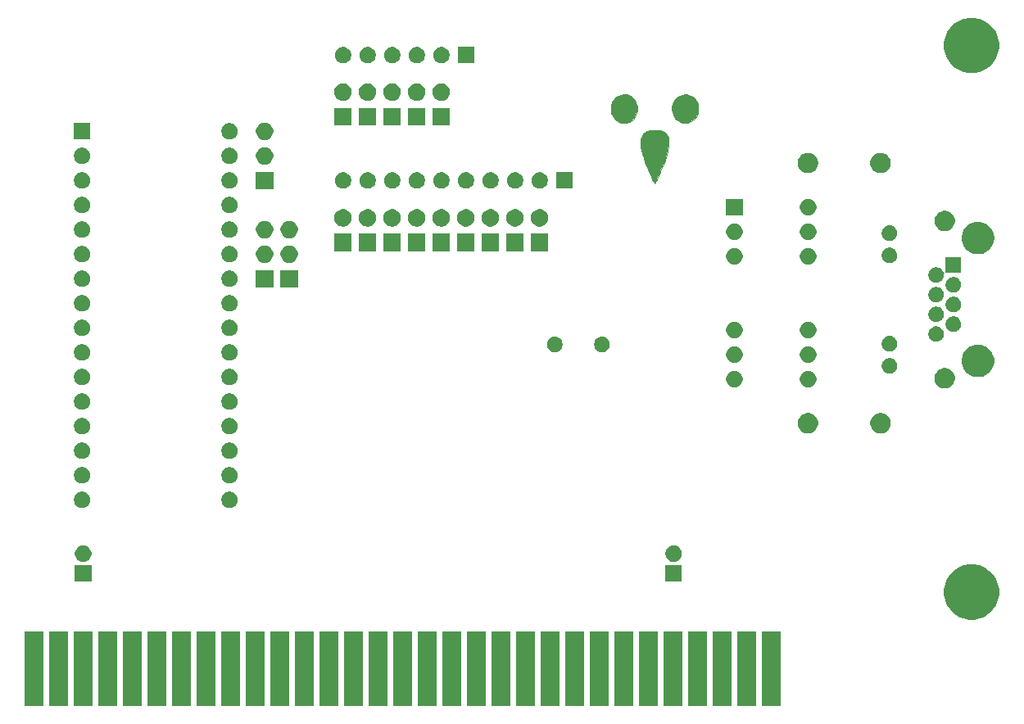
<source format=gbr>
G04 #@! TF.GenerationSoftware,KiCad,Pcbnew,(5.1.6)-1*
G04 #@! TF.CreationDate,2020-07-06T23:23:41+03:00*
G04 #@! TF.ProjectId,RTL8019,52544c38-3031-4392-9e6b-696361645f70,rev?*
G04 #@! TF.SameCoordinates,Original*
G04 #@! TF.FileFunction,Soldermask,Bot*
G04 #@! TF.FilePolarity,Negative*
%FSLAX46Y46*%
G04 Gerber Fmt 4.6, Leading zero omitted, Abs format (unit mm)*
G04 Created by KiCad (PCBNEW (5.1.6)-1) date 2020-07-06 23:23:41*
%MOMM*%
%LPD*%
G01*
G04 APERTURE LIST*
%ADD10C,0.010000*%
%ADD11C,0.100000*%
G04 APERTURE END LIST*
D10*
G36*
X196597479Y-60978198D02*
G01*
X196336686Y-61069806D01*
X196303124Y-61085697D01*
X196075938Y-61225728D01*
X195886211Y-61401816D01*
X195734457Y-61607345D01*
X195621191Y-61835698D01*
X195546926Y-62080259D01*
X195512177Y-62334412D01*
X195517458Y-62591540D01*
X195563282Y-62845028D01*
X195650163Y-63088259D01*
X195778616Y-63314616D01*
X195949155Y-63517484D01*
X196103948Y-63649475D01*
X196313846Y-63773058D01*
X196549176Y-63858579D01*
X196794833Y-63902550D01*
X197035712Y-63901482D01*
X197131653Y-63886799D01*
X197376119Y-63809275D01*
X197603097Y-63682902D01*
X197805984Y-63514214D01*
X197978174Y-63309746D01*
X198113063Y-63076035D01*
X198202008Y-62827624D01*
X198231394Y-62660439D01*
X198244148Y-62466713D01*
X198240178Y-62269846D01*
X198219396Y-62093238D01*
X198205080Y-62028644D01*
X198112467Y-61771600D01*
X197980343Y-61537494D01*
X197815570Y-61336330D01*
X197625011Y-61178117D01*
X197619119Y-61174238D01*
X197369628Y-61041038D01*
X197115294Y-60963904D01*
X196857463Y-60942927D01*
X196597479Y-60978198D01*
G37*
X196597479Y-60978198D02*
X196336686Y-61069806D01*
X196303124Y-61085697D01*
X196075938Y-61225728D01*
X195886211Y-61401816D01*
X195734457Y-61607345D01*
X195621191Y-61835698D01*
X195546926Y-62080259D01*
X195512177Y-62334412D01*
X195517458Y-62591540D01*
X195563282Y-62845028D01*
X195650163Y-63088259D01*
X195778616Y-63314616D01*
X195949155Y-63517484D01*
X196103948Y-63649475D01*
X196313846Y-63773058D01*
X196549176Y-63858579D01*
X196794833Y-63902550D01*
X197035712Y-63901482D01*
X197131653Y-63886799D01*
X197376119Y-63809275D01*
X197603097Y-63682902D01*
X197805984Y-63514214D01*
X197978174Y-63309746D01*
X198113063Y-63076035D01*
X198202008Y-62827624D01*
X198231394Y-62660439D01*
X198244148Y-62466713D01*
X198240178Y-62269846D01*
X198219396Y-62093238D01*
X198205080Y-62028644D01*
X198112467Y-61771600D01*
X197980343Y-61537494D01*
X197815570Y-61336330D01*
X197625011Y-61178117D01*
X197619119Y-61174238D01*
X197369628Y-61041038D01*
X197115294Y-60963904D01*
X196857463Y-60942927D01*
X196597479Y-60978198D01*
G36*
X199797379Y-64668339D02*
G01*
X199603865Y-64673940D01*
X199449817Y-64685578D01*
X199326763Y-64705235D01*
X199226234Y-64734892D01*
X199139758Y-64776530D01*
X199058866Y-64832131D01*
X198975087Y-64903677D01*
X198957636Y-64919706D01*
X198809175Y-65082947D01*
X198717587Y-65238166D01*
X198647229Y-65454149D01*
X198609750Y-65712251D01*
X198604630Y-66009084D01*
X198631353Y-66341263D01*
X198689397Y-66705401D01*
X198778245Y-67098114D01*
X198897378Y-67516015D01*
X199046276Y-67955719D01*
X199192187Y-68335031D01*
X199326861Y-68663236D01*
X199455550Y-68968259D01*
X199576287Y-69245819D01*
X199687103Y-69491636D01*
X199786030Y-69701431D01*
X199871101Y-69870924D01*
X199940348Y-69995833D01*
X199989510Y-70069091D01*
X200045351Y-70138041D01*
X200124688Y-70012647D01*
X200191527Y-69896096D01*
X200275638Y-69730276D01*
X200377401Y-69514368D01*
X200497195Y-69247548D01*
X200635400Y-68928998D01*
X200743762Y-68673698D01*
X200857944Y-68399971D01*
X200952307Y-68166825D01*
X201030624Y-67963563D01*
X201096668Y-67779488D01*
X201154215Y-67603903D01*
X201207036Y-67426111D01*
X201258906Y-67235416D01*
X201280294Y-67152891D01*
X201351344Y-66859134D01*
X201403119Y-66603502D01*
X201437698Y-66371869D01*
X201457160Y-66150112D01*
X201463587Y-65924105D01*
X201463602Y-65907920D01*
X201455108Y-65656808D01*
X201427642Y-65449946D01*
X201377689Y-65277296D01*
X201301734Y-65128821D01*
X201196261Y-64994485D01*
X201115883Y-64915154D01*
X201029215Y-64840691D01*
X200945788Y-64782568D01*
X200857069Y-64738818D01*
X200754525Y-64707474D01*
X200629621Y-64686567D01*
X200473824Y-64674131D01*
X200278601Y-64668196D01*
X200038828Y-64666794D01*
X199797379Y-64668339D01*
G37*
X199797379Y-64668339D02*
X199603865Y-64673940D01*
X199449817Y-64685578D01*
X199326763Y-64705235D01*
X199226234Y-64734892D01*
X199139758Y-64776530D01*
X199058866Y-64832131D01*
X198975087Y-64903677D01*
X198957636Y-64919706D01*
X198809175Y-65082947D01*
X198717587Y-65238166D01*
X198647229Y-65454149D01*
X198609750Y-65712251D01*
X198604630Y-66009084D01*
X198631353Y-66341263D01*
X198689397Y-66705401D01*
X198778245Y-67098114D01*
X198897378Y-67516015D01*
X199046276Y-67955719D01*
X199192187Y-68335031D01*
X199326861Y-68663236D01*
X199455550Y-68968259D01*
X199576287Y-69245819D01*
X199687103Y-69491636D01*
X199786030Y-69701431D01*
X199871101Y-69870924D01*
X199940348Y-69995833D01*
X199989510Y-70069091D01*
X200045351Y-70138041D01*
X200124688Y-70012647D01*
X200191527Y-69896096D01*
X200275638Y-69730276D01*
X200377401Y-69514368D01*
X200497195Y-69247548D01*
X200635400Y-68928998D01*
X200743762Y-68673698D01*
X200857944Y-68399971D01*
X200952307Y-68166825D01*
X201030624Y-67963563D01*
X201096668Y-67779488D01*
X201154215Y-67603903D01*
X201207036Y-67426111D01*
X201258906Y-67235416D01*
X201280294Y-67152891D01*
X201351344Y-66859134D01*
X201403119Y-66603502D01*
X201437698Y-66371869D01*
X201457160Y-66150112D01*
X201463587Y-65924105D01*
X201463602Y-65907920D01*
X201455108Y-65656808D01*
X201427642Y-65449946D01*
X201377689Y-65277296D01*
X201301734Y-65128821D01*
X201196261Y-64994485D01*
X201115883Y-64915154D01*
X201029215Y-64840691D01*
X200945788Y-64782568D01*
X200857069Y-64738818D01*
X200754525Y-64707474D01*
X200629621Y-64686567D01*
X200473824Y-64674131D01*
X200278601Y-64668196D01*
X200038828Y-64666794D01*
X199797379Y-64668339D01*
G36*
X202878994Y-60982882D02*
G01*
X202642669Y-61069878D01*
X202424814Y-61200503D01*
X202231523Y-61370486D01*
X202068889Y-61575554D01*
X201943004Y-61811437D01*
X201874153Y-62014426D01*
X201845630Y-62177456D01*
X201833177Y-62370042D01*
X201836830Y-62568362D01*
X201856622Y-62748595D01*
X201872965Y-62825963D01*
X201965612Y-63083708D01*
X202098868Y-63314130D01*
X202266707Y-63513102D01*
X202463100Y-63676495D01*
X202682023Y-63800180D01*
X202917448Y-63880031D01*
X203163349Y-63911918D01*
X203413699Y-63891715D01*
X203425495Y-63889410D01*
X203687285Y-63808940D01*
X203925629Y-63679872D01*
X204135018Y-63507129D01*
X204309944Y-63295629D01*
X204444899Y-63050295D01*
X204487577Y-62940553D01*
X204517968Y-62843104D01*
X204537578Y-62750782D01*
X204548494Y-62646630D01*
X204552802Y-62513690D01*
X204553066Y-62408364D01*
X204551053Y-62255276D01*
X204544807Y-62142208D01*
X204531937Y-62052762D01*
X204510054Y-61970544D01*
X204476764Y-61879159D01*
X204475366Y-61875601D01*
X204345243Y-61613689D01*
X204177730Y-61389586D01*
X203976944Y-61206755D01*
X203747003Y-61068657D01*
X203492025Y-60978755D01*
X203382683Y-60956865D01*
X203127696Y-60943787D01*
X202878994Y-60982882D01*
G37*
X202878994Y-60982882D02*
X202642669Y-61069878D01*
X202424814Y-61200503D01*
X202231523Y-61370486D01*
X202068889Y-61575554D01*
X201943004Y-61811437D01*
X201874153Y-62014426D01*
X201845630Y-62177456D01*
X201833177Y-62370042D01*
X201836830Y-62568362D01*
X201856622Y-62748595D01*
X201872965Y-62825963D01*
X201965612Y-63083708D01*
X202098868Y-63314130D01*
X202266707Y-63513102D01*
X202463100Y-63676495D01*
X202682023Y-63800180D01*
X202917448Y-63880031D01*
X203163349Y-63911918D01*
X203413699Y-63891715D01*
X203425495Y-63889410D01*
X203687285Y-63808940D01*
X203925629Y-63679872D01*
X204135018Y-63507129D01*
X204309944Y-63295629D01*
X204444899Y-63050295D01*
X204487577Y-62940553D01*
X204517968Y-62843104D01*
X204537578Y-62750782D01*
X204548494Y-62646630D01*
X204552802Y-62513690D01*
X204553066Y-62408364D01*
X204551053Y-62255276D01*
X204544807Y-62142208D01*
X204531937Y-62052762D01*
X204510054Y-61970544D01*
X204476764Y-61879159D01*
X204475366Y-61875601D01*
X204345243Y-61613689D01*
X204177730Y-61389586D01*
X203976944Y-61206755D01*
X203747003Y-61068657D01*
X203492025Y-60978755D01*
X203382683Y-60956865D01*
X203127696Y-60943787D01*
X202878994Y-60982882D01*
D11*
G36*
X210489800Y-124206000D02*
G01*
X208610200Y-124206000D01*
X208610200Y-116484400D01*
X210489800Y-116484400D01*
X210489800Y-124206000D01*
G37*
G36*
X154609800Y-124206000D02*
G01*
X152730200Y-124206000D01*
X152730200Y-116484400D01*
X154609800Y-116484400D01*
X154609800Y-124206000D01*
G37*
G36*
X192709800Y-124206000D02*
G01*
X190830200Y-124206000D01*
X190830200Y-116484400D01*
X192709800Y-116484400D01*
X192709800Y-124206000D01*
G37*
G36*
X190169800Y-124206000D02*
G01*
X188290200Y-124206000D01*
X188290200Y-116484400D01*
X190169800Y-116484400D01*
X190169800Y-124206000D01*
G37*
G36*
X187629800Y-124206000D02*
G01*
X185750200Y-124206000D01*
X185750200Y-116484400D01*
X187629800Y-116484400D01*
X187629800Y-124206000D01*
G37*
G36*
X185089800Y-124206000D02*
G01*
X183210200Y-124206000D01*
X183210200Y-116484400D01*
X185089800Y-116484400D01*
X185089800Y-124206000D01*
G37*
G36*
X182549800Y-124206000D02*
G01*
X180670200Y-124206000D01*
X180670200Y-116484400D01*
X182549800Y-116484400D01*
X182549800Y-124206000D01*
G37*
G36*
X180009800Y-124206000D02*
G01*
X178130200Y-124206000D01*
X178130200Y-116484400D01*
X180009800Y-116484400D01*
X180009800Y-124206000D01*
G37*
G36*
X177469800Y-124206000D02*
G01*
X175590200Y-124206000D01*
X175590200Y-116484400D01*
X177469800Y-116484400D01*
X177469800Y-124206000D01*
G37*
G36*
X174929800Y-124206000D02*
G01*
X173050200Y-124206000D01*
X173050200Y-116484400D01*
X174929800Y-116484400D01*
X174929800Y-124206000D01*
G37*
G36*
X172389800Y-124206000D02*
G01*
X170510200Y-124206000D01*
X170510200Y-116484400D01*
X172389800Y-116484400D01*
X172389800Y-124206000D01*
G37*
G36*
X169849800Y-124206000D02*
G01*
X167970200Y-124206000D01*
X167970200Y-116484400D01*
X169849800Y-116484400D01*
X169849800Y-124206000D01*
G37*
G36*
X167309800Y-124206000D02*
G01*
X165430200Y-124206000D01*
X165430200Y-116484400D01*
X167309800Y-116484400D01*
X167309800Y-124206000D01*
G37*
G36*
X164769800Y-124206000D02*
G01*
X162890200Y-124206000D01*
X162890200Y-116484400D01*
X164769800Y-116484400D01*
X164769800Y-124206000D01*
G37*
G36*
X162229800Y-124206000D02*
G01*
X160350200Y-124206000D01*
X160350200Y-116484400D01*
X162229800Y-116484400D01*
X162229800Y-124206000D01*
G37*
G36*
X159689800Y-124206000D02*
G01*
X157810200Y-124206000D01*
X157810200Y-116484400D01*
X159689800Y-116484400D01*
X159689800Y-124206000D01*
G37*
G36*
X152069800Y-124206000D02*
G01*
X150190200Y-124206000D01*
X150190200Y-116484400D01*
X152069800Y-116484400D01*
X152069800Y-124206000D01*
G37*
G36*
X157149800Y-124206000D02*
G01*
X155270200Y-124206000D01*
X155270200Y-116484400D01*
X157149800Y-116484400D01*
X157149800Y-124206000D01*
G37*
G36*
X207949800Y-124206000D02*
G01*
X206070200Y-124206000D01*
X206070200Y-116484400D01*
X207949800Y-116484400D01*
X207949800Y-124206000D01*
G37*
G36*
X205409800Y-124206000D02*
G01*
X203530200Y-124206000D01*
X203530200Y-116484400D01*
X205409800Y-116484400D01*
X205409800Y-124206000D01*
G37*
G36*
X202869800Y-124206000D02*
G01*
X200990200Y-124206000D01*
X200990200Y-116484400D01*
X202869800Y-116484400D01*
X202869800Y-124206000D01*
G37*
G36*
X200329800Y-124206000D02*
G01*
X198450200Y-124206000D01*
X198450200Y-116484400D01*
X200329800Y-116484400D01*
X200329800Y-124206000D01*
G37*
G36*
X197789800Y-124206000D02*
G01*
X195910200Y-124206000D01*
X195910200Y-116484400D01*
X197789800Y-116484400D01*
X197789800Y-124206000D01*
G37*
G36*
X213029800Y-124206000D02*
G01*
X211150200Y-124206000D01*
X211150200Y-116484400D01*
X213029800Y-116484400D01*
X213029800Y-124206000D01*
G37*
G36*
X136829800Y-124206000D02*
G01*
X134950200Y-124206000D01*
X134950200Y-116484400D01*
X136829800Y-116484400D01*
X136829800Y-124206000D01*
G37*
G36*
X139369800Y-124206000D02*
G01*
X137490200Y-124206000D01*
X137490200Y-116484400D01*
X139369800Y-116484400D01*
X139369800Y-124206000D01*
G37*
G36*
X141909800Y-124206000D02*
G01*
X140030200Y-124206000D01*
X140030200Y-116484400D01*
X141909800Y-116484400D01*
X141909800Y-124206000D01*
G37*
G36*
X144449800Y-124206000D02*
G01*
X142570200Y-124206000D01*
X142570200Y-116484400D01*
X144449800Y-116484400D01*
X144449800Y-124206000D01*
G37*
G36*
X146989800Y-124206000D02*
G01*
X145110200Y-124206000D01*
X145110200Y-116484400D01*
X146989800Y-116484400D01*
X146989800Y-124206000D01*
G37*
G36*
X149529800Y-124206000D02*
G01*
X147650200Y-124206000D01*
X147650200Y-116484400D01*
X149529800Y-116484400D01*
X149529800Y-124206000D01*
G37*
G36*
X195249800Y-124206000D02*
G01*
X193370200Y-124206000D01*
X193370200Y-116484400D01*
X195249800Y-116484400D01*
X195249800Y-124206000D01*
G37*
G36*
X233622548Y-109653754D02*
G01*
X234141360Y-109868654D01*
X234608279Y-110180639D01*
X235005361Y-110577721D01*
X235317346Y-111044640D01*
X235532246Y-111563452D01*
X235641800Y-112114221D01*
X235641800Y-112675779D01*
X235532246Y-113226548D01*
X235317346Y-113745360D01*
X235005361Y-114212279D01*
X234608279Y-114609361D01*
X234141360Y-114921346D01*
X233622548Y-115136246D01*
X233071779Y-115245800D01*
X232510221Y-115245800D01*
X231959452Y-115136246D01*
X231440640Y-114921346D01*
X230973721Y-114609361D01*
X230576639Y-114212279D01*
X230264654Y-113745360D01*
X230049754Y-113226548D01*
X229940200Y-112675779D01*
X229940200Y-112114221D01*
X230049754Y-111563452D01*
X230264654Y-111044640D01*
X230576639Y-110577721D01*
X230973721Y-110180639D01*
X231440640Y-109868654D01*
X231959452Y-109653754D01*
X232510221Y-109544200D01*
X233071779Y-109544200D01*
X233622548Y-109653754D01*
G37*
G36*
X141820800Y-111290000D02*
G01*
X140119200Y-111290000D01*
X140119200Y-109588400D01*
X141820800Y-109588400D01*
X141820800Y-111290000D01*
G37*
G36*
X202854460Y-111285940D02*
G01*
X201152860Y-111285940D01*
X201152860Y-109584340D01*
X202854460Y-109584340D01*
X202854460Y-111285940D01*
G37*
G36*
X141218169Y-107621095D02*
G01*
X141373005Y-107685231D01*
X141512354Y-107778340D01*
X141630860Y-107896846D01*
X141723969Y-108036195D01*
X141788105Y-108191031D01*
X141820800Y-108355403D01*
X141820800Y-108522997D01*
X141788105Y-108687369D01*
X141723969Y-108842205D01*
X141630860Y-108981554D01*
X141512354Y-109100060D01*
X141373005Y-109193169D01*
X141218169Y-109257305D01*
X141053797Y-109290000D01*
X140886203Y-109290000D01*
X140721831Y-109257305D01*
X140566995Y-109193169D01*
X140427646Y-109100060D01*
X140309140Y-108981554D01*
X140216031Y-108842205D01*
X140151895Y-108687369D01*
X140119200Y-108522997D01*
X140119200Y-108355403D01*
X140151895Y-108191031D01*
X140216031Y-108036195D01*
X140309140Y-107896846D01*
X140427646Y-107778340D01*
X140566995Y-107685231D01*
X140721831Y-107621095D01*
X140886203Y-107588400D01*
X141053797Y-107588400D01*
X141218169Y-107621095D01*
G37*
G36*
X202251829Y-107617035D02*
G01*
X202406665Y-107681171D01*
X202546014Y-107774280D01*
X202664520Y-107892786D01*
X202757629Y-108032135D01*
X202821765Y-108186971D01*
X202854460Y-108351343D01*
X202854460Y-108518937D01*
X202821765Y-108683309D01*
X202757629Y-108838145D01*
X202664520Y-108977494D01*
X202546014Y-109096000D01*
X202406665Y-109189109D01*
X202251829Y-109253245D01*
X202087457Y-109285940D01*
X201919863Y-109285940D01*
X201755491Y-109253245D01*
X201600655Y-109189109D01*
X201461306Y-109096000D01*
X201342800Y-108977494D01*
X201249691Y-108838145D01*
X201185555Y-108683309D01*
X201152860Y-108518937D01*
X201152860Y-108351343D01*
X201185555Y-108186971D01*
X201249691Y-108032135D01*
X201342800Y-107892786D01*
X201461306Y-107774280D01*
X201600655Y-107681171D01*
X201755491Y-107617035D01*
X201919863Y-107584340D01*
X202087457Y-107584340D01*
X202251829Y-107617035D01*
G37*
G36*
X156356569Y-102051895D02*
G01*
X156511405Y-102116031D01*
X156650754Y-102209140D01*
X156769260Y-102327646D01*
X156862369Y-102466995D01*
X156926505Y-102621831D01*
X156959200Y-102786203D01*
X156959200Y-102953797D01*
X156926505Y-103118169D01*
X156862369Y-103273005D01*
X156769260Y-103412354D01*
X156650754Y-103530860D01*
X156511405Y-103623969D01*
X156356569Y-103688105D01*
X156192197Y-103720800D01*
X156024603Y-103720800D01*
X155860231Y-103688105D01*
X155705395Y-103623969D01*
X155566046Y-103530860D01*
X155447540Y-103412354D01*
X155354431Y-103273005D01*
X155290295Y-103118169D01*
X155257600Y-102953797D01*
X155257600Y-102786203D01*
X155290295Y-102621831D01*
X155354431Y-102466995D01*
X155447540Y-102327646D01*
X155566046Y-102209140D01*
X155705395Y-102116031D01*
X155860231Y-102051895D01*
X156024603Y-102019200D01*
X156192197Y-102019200D01*
X156356569Y-102051895D01*
G37*
G36*
X141116569Y-102051895D02*
G01*
X141271405Y-102116031D01*
X141410754Y-102209140D01*
X141529260Y-102327646D01*
X141622369Y-102466995D01*
X141686505Y-102621831D01*
X141719200Y-102786203D01*
X141719200Y-102953797D01*
X141686505Y-103118169D01*
X141622369Y-103273005D01*
X141529260Y-103412354D01*
X141410754Y-103530860D01*
X141271405Y-103623969D01*
X141116569Y-103688105D01*
X140952197Y-103720800D01*
X140784603Y-103720800D01*
X140620231Y-103688105D01*
X140465395Y-103623969D01*
X140326046Y-103530860D01*
X140207540Y-103412354D01*
X140114431Y-103273005D01*
X140050295Y-103118169D01*
X140017600Y-102953797D01*
X140017600Y-102786203D01*
X140050295Y-102621831D01*
X140114431Y-102466995D01*
X140207540Y-102327646D01*
X140326046Y-102209140D01*
X140465395Y-102116031D01*
X140620231Y-102051895D01*
X140784603Y-102019200D01*
X140952197Y-102019200D01*
X141116569Y-102051895D01*
G37*
G36*
X141116569Y-99511895D02*
G01*
X141271405Y-99576031D01*
X141410754Y-99669140D01*
X141529260Y-99787646D01*
X141622369Y-99926995D01*
X141686505Y-100081831D01*
X141719200Y-100246203D01*
X141719200Y-100413797D01*
X141686505Y-100578169D01*
X141622369Y-100733005D01*
X141529260Y-100872354D01*
X141410754Y-100990860D01*
X141271405Y-101083969D01*
X141116569Y-101148105D01*
X140952197Y-101180800D01*
X140784603Y-101180800D01*
X140620231Y-101148105D01*
X140465395Y-101083969D01*
X140326046Y-100990860D01*
X140207540Y-100872354D01*
X140114431Y-100733005D01*
X140050295Y-100578169D01*
X140017600Y-100413797D01*
X140017600Y-100246203D01*
X140050295Y-100081831D01*
X140114431Y-99926995D01*
X140207540Y-99787646D01*
X140326046Y-99669140D01*
X140465395Y-99576031D01*
X140620231Y-99511895D01*
X140784603Y-99479200D01*
X140952197Y-99479200D01*
X141116569Y-99511895D01*
G37*
G36*
X156356569Y-99511895D02*
G01*
X156511405Y-99576031D01*
X156650754Y-99669140D01*
X156769260Y-99787646D01*
X156862369Y-99926995D01*
X156926505Y-100081831D01*
X156959200Y-100246203D01*
X156959200Y-100413797D01*
X156926505Y-100578169D01*
X156862369Y-100733005D01*
X156769260Y-100872354D01*
X156650754Y-100990860D01*
X156511405Y-101083969D01*
X156356569Y-101148105D01*
X156192197Y-101180800D01*
X156024603Y-101180800D01*
X155860231Y-101148105D01*
X155705395Y-101083969D01*
X155566046Y-100990860D01*
X155447540Y-100872354D01*
X155354431Y-100733005D01*
X155290295Y-100578169D01*
X155257600Y-100413797D01*
X155257600Y-100246203D01*
X155290295Y-100081831D01*
X155354431Y-99926995D01*
X155447540Y-99787646D01*
X155566046Y-99669140D01*
X155705395Y-99576031D01*
X155860231Y-99511895D01*
X156024603Y-99479200D01*
X156192197Y-99479200D01*
X156356569Y-99511895D01*
G37*
G36*
X141116569Y-96971895D02*
G01*
X141271405Y-97036031D01*
X141410754Y-97129140D01*
X141529260Y-97247646D01*
X141622369Y-97386995D01*
X141686505Y-97541831D01*
X141719200Y-97706203D01*
X141719200Y-97873797D01*
X141686505Y-98038169D01*
X141622369Y-98193005D01*
X141529260Y-98332354D01*
X141410754Y-98450860D01*
X141271405Y-98543969D01*
X141116569Y-98608105D01*
X140952197Y-98640800D01*
X140784603Y-98640800D01*
X140620231Y-98608105D01*
X140465395Y-98543969D01*
X140326046Y-98450860D01*
X140207540Y-98332354D01*
X140114431Y-98193005D01*
X140050295Y-98038169D01*
X140017600Y-97873797D01*
X140017600Y-97706203D01*
X140050295Y-97541831D01*
X140114431Y-97386995D01*
X140207540Y-97247646D01*
X140326046Y-97129140D01*
X140465395Y-97036031D01*
X140620231Y-96971895D01*
X140784603Y-96939200D01*
X140952197Y-96939200D01*
X141116569Y-96971895D01*
G37*
G36*
X156356569Y-96971895D02*
G01*
X156511405Y-97036031D01*
X156650754Y-97129140D01*
X156769260Y-97247646D01*
X156862369Y-97386995D01*
X156926505Y-97541831D01*
X156959200Y-97706203D01*
X156959200Y-97873797D01*
X156926505Y-98038169D01*
X156862369Y-98193005D01*
X156769260Y-98332354D01*
X156650754Y-98450860D01*
X156511405Y-98543969D01*
X156356569Y-98608105D01*
X156192197Y-98640800D01*
X156024603Y-98640800D01*
X155860231Y-98608105D01*
X155705395Y-98543969D01*
X155566046Y-98450860D01*
X155447540Y-98332354D01*
X155354431Y-98193005D01*
X155290295Y-98038169D01*
X155257600Y-97873797D01*
X155257600Y-97706203D01*
X155290295Y-97541831D01*
X155354431Y-97386995D01*
X155447540Y-97247646D01*
X155566046Y-97129140D01*
X155705395Y-97036031D01*
X155860231Y-96971895D01*
X156024603Y-96939200D01*
X156192197Y-96939200D01*
X156356569Y-96971895D01*
G37*
G36*
X141116569Y-94431895D02*
G01*
X141271405Y-94496031D01*
X141410754Y-94589140D01*
X141529260Y-94707646D01*
X141622369Y-94846995D01*
X141686505Y-95001831D01*
X141719200Y-95166203D01*
X141719200Y-95333797D01*
X141686505Y-95498169D01*
X141622369Y-95653005D01*
X141529260Y-95792354D01*
X141410754Y-95910860D01*
X141271405Y-96003969D01*
X141116569Y-96068105D01*
X140952197Y-96100800D01*
X140784603Y-96100800D01*
X140620231Y-96068105D01*
X140465395Y-96003969D01*
X140326046Y-95910860D01*
X140207540Y-95792354D01*
X140114431Y-95653005D01*
X140050295Y-95498169D01*
X140017600Y-95333797D01*
X140017600Y-95166203D01*
X140050295Y-95001831D01*
X140114431Y-94846995D01*
X140207540Y-94707646D01*
X140326046Y-94589140D01*
X140465395Y-94496031D01*
X140620231Y-94431895D01*
X140784603Y-94399200D01*
X140952197Y-94399200D01*
X141116569Y-94431895D01*
G37*
G36*
X156356569Y-94431895D02*
G01*
X156511405Y-94496031D01*
X156650754Y-94589140D01*
X156769260Y-94707646D01*
X156862369Y-94846995D01*
X156926505Y-95001831D01*
X156959200Y-95166203D01*
X156959200Y-95333797D01*
X156926505Y-95498169D01*
X156862369Y-95653005D01*
X156769260Y-95792354D01*
X156650754Y-95910860D01*
X156511405Y-96003969D01*
X156356569Y-96068105D01*
X156192197Y-96100800D01*
X156024603Y-96100800D01*
X155860231Y-96068105D01*
X155705395Y-96003969D01*
X155566046Y-95910860D01*
X155447540Y-95792354D01*
X155354431Y-95653005D01*
X155290295Y-95498169D01*
X155257600Y-95333797D01*
X155257600Y-95166203D01*
X155290295Y-95001831D01*
X155354431Y-94846995D01*
X155447540Y-94707646D01*
X155566046Y-94589140D01*
X155705395Y-94496031D01*
X155860231Y-94431895D01*
X156024603Y-94399200D01*
X156192197Y-94399200D01*
X156356569Y-94431895D01*
G37*
G36*
X223693807Y-93922082D02*
G01*
X223885040Y-94001293D01*
X224057146Y-94116291D01*
X224203509Y-94262654D01*
X224318507Y-94434760D01*
X224397718Y-94625993D01*
X224438100Y-94829005D01*
X224438100Y-95035995D01*
X224397718Y-95239007D01*
X224318507Y-95430240D01*
X224203509Y-95602346D01*
X224057146Y-95748709D01*
X223885040Y-95863707D01*
X223693807Y-95942918D01*
X223490795Y-95983300D01*
X223283805Y-95983300D01*
X223080793Y-95942918D01*
X222889560Y-95863707D01*
X222717454Y-95748709D01*
X222571091Y-95602346D01*
X222456093Y-95430240D01*
X222376882Y-95239007D01*
X222336500Y-95035995D01*
X222336500Y-94829005D01*
X222376882Y-94625993D01*
X222456093Y-94434760D01*
X222571091Y-94262654D01*
X222717454Y-94116291D01*
X222889560Y-94001293D01*
X223080793Y-93922082D01*
X223283805Y-93881700D01*
X223490795Y-93881700D01*
X223693807Y-93922082D01*
G37*
G36*
X216193807Y-93922082D02*
G01*
X216385040Y-94001293D01*
X216557146Y-94116291D01*
X216703509Y-94262654D01*
X216818507Y-94434760D01*
X216897718Y-94625993D01*
X216938100Y-94829005D01*
X216938100Y-95035995D01*
X216897718Y-95239007D01*
X216818507Y-95430240D01*
X216703509Y-95602346D01*
X216557146Y-95748709D01*
X216385040Y-95863707D01*
X216193807Y-95942918D01*
X215990795Y-95983300D01*
X215783805Y-95983300D01*
X215580793Y-95942918D01*
X215389560Y-95863707D01*
X215217454Y-95748709D01*
X215071091Y-95602346D01*
X214956093Y-95430240D01*
X214876882Y-95239007D01*
X214836500Y-95035995D01*
X214836500Y-94829005D01*
X214876882Y-94625993D01*
X214956093Y-94434760D01*
X215071091Y-94262654D01*
X215217454Y-94116291D01*
X215389560Y-94001293D01*
X215580793Y-93922082D01*
X215783805Y-93881700D01*
X215990795Y-93881700D01*
X216193807Y-93922082D01*
G37*
G36*
X141116569Y-91891895D02*
G01*
X141271405Y-91956031D01*
X141410754Y-92049140D01*
X141529260Y-92167646D01*
X141622369Y-92306995D01*
X141686505Y-92461831D01*
X141719200Y-92626203D01*
X141719200Y-92793797D01*
X141686505Y-92958169D01*
X141622369Y-93113005D01*
X141529260Y-93252354D01*
X141410754Y-93370860D01*
X141271405Y-93463969D01*
X141116569Y-93528105D01*
X140952197Y-93560800D01*
X140784603Y-93560800D01*
X140620231Y-93528105D01*
X140465395Y-93463969D01*
X140326046Y-93370860D01*
X140207540Y-93252354D01*
X140114431Y-93113005D01*
X140050295Y-92958169D01*
X140017600Y-92793797D01*
X140017600Y-92626203D01*
X140050295Y-92461831D01*
X140114431Y-92306995D01*
X140207540Y-92167646D01*
X140326046Y-92049140D01*
X140465395Y-91956031D01*
X140620231Y-91891895D01*
X140784603Y-91859200D01*
X140952197Y-91859200D01*
X141116569Y-91891895D01*
G37*
G36*
X156356569Y-91891895D02*
G01*
X156511405Y-91956031D01*
X156650754Y-92049140D01*
X156769260Y-92167646D01*
X156862369Y-92306995D01*
X156926505Y-92461831D01*
X156959200Y-92626203D01*
X156959200Y-92793797D01*
X156926505Y-92958169D01*
X156862369Y-93113005D01*
X156769260Y-93252354D01*
X156650754Y-93370860D01*
X156511405Y-93463969D01*
X156356569Y-93528105D01*
X156192197Y-93560800D01*
X156024603Y-93560800D01*
X155860231Y-93528105D01*
X155705395Y-93463969D01*
X155566046Y-93370860D01*
X155447540Y-93252354D01*
X155354431Y-93113005D01*
X155290295Y-92958169D01*
X155257600Y-92793797D01*
X155257600Y-92626203D01*
X155290295Y-92461831D01*
X155354431Y-92306995D01*
X155447540Y-92167646D01*
X155566046Y-92049140D01*
X155705395Y-91956031D01*
X155860231Y-91891895D01*
X156024603Y-91859200D01*
X156192197Y-91859200D01*
X156356569Y-91891895D01*
G37*
G36*
X230327907Y-89267182D02*
G01*
X230519140Y-89346393D01*
X230691246Y-89461391D01*
X230837609Y-89607754D01*
X230952607Y-89779860D01*
X231031818Y-89971093D01*
X231072200Y-90174105D01*
X231072200Y-90381095D01*
X231031818Y-90584107D01*
X230952607Y-90775340D01*
X230837609Y-90947446D01*
X230691246Y-91093809D01*
X230519140Y-91208807D01*
X230327907Y-91288018D01*
X230124895Y-91328400D01*
X229917905Y-91328400D01*
X229714893Y-91288018D01*
X229523660Y-91208807D01*
X229351554Y-91093809D01*
X229205191Y-90947446D01*
X229090193Y-90775340D01*
X229010982Y-90584107D01*
X228970600Y-90381095D01*
X228970600Y-90174105D01*
X229010982Y-89971093D01*
X229090193Y-89779860D01*
X229205191Y-89607754D01*
X229351554Y-89461391D01*
X229523660Y-89346393D01*
X229714893Y-89267182D01*
X229917905Y-89226800D01*
X230124895Y-89226800D01*
X230327907Y-89267182D01*
G37*
G36*
X208528169Y-89565255D02*
G01*
X208683005Y-89629391D01*
X208822354Y-89722500D01*
X208940860Y-89841006D01*
X209033969Y-89980355D01*
X209098105Y-90135191D01*
X209130800Y-90299563D01*
X209130800Y-90467157D01*
X209098105Y-90631529D01*
X209033969Y-90786365D01*
X208940860Y-90925714D01*
X208822354Y-91044220D01*
X208683005Y-91137329D01*
X208528169Y-91201465D01*
X208363797Y-91234160D01*
X208196203Y-91234160D01*
X208031831Y-91201465D01*
X207876995Y-91137329D01*
X207737646Y-91044220D01*
X207619140Y-90925714D01*
X207526031Y-90786365D01*
X207461895Y-90631529D01*
X207429200Y-90467157D01*
X207429200Y-90299563D01*
X207461895Y-90135191D01*
X207526031Y-89980355D01*
X207619140Y-89841006D01*
X207737646Y-89722500D01*
X207876995Y-89629391D01*
X208031831Y-89565255D01*
X208196203Y-89532560D01*
X208363797Y-89532560D01*
X208528169Y-89565255D01*
G37*
G36*
X216148169Y-89565255D02*
G01*
X216303005Y-89629391D01*
X216442354Y-89722500D01*
X216560860Y-89841006D01*
X216653969Y-89980355D01*
X216718105Y-90135191D01*
X216750800Y-90299563D01*
X216750800Y-90467157D01*
X216718105Y-90631529D01*
X216653969Y-90786365D01*
X216560860Y-90925714D01*
X216442354Y-91044220D01*
X216303005Y-91137329D01*
X216148169Y-91201465D01*
X215983797Y-91234160D01*
X215816203Y-91234160D01*
X215651831Y-91201465D01*
X215496995Y-91137329D01*
X215357646Y-91044220D01*
X215239140Y-90925714D01*
X215146031Y-90786365D01*
X215081895Y-90631529D01*
X215049200Y-90467157D01*
X215049200Y-90299563D01*
X215081895Y-90135191D01*
X215146031Y-89980355D01*
X215239140Y-89841006D01*
X215357646Y-89722500D01*
X215496995Y-89629391D01*
X215651831Y-89565255D01*
X215816203Y-89532560D01*
X215983797Y-89532560D01*
X216148169Y-89565255D01*
G37*
G36*
X156356569Y-89351895D02*
G01*
X156511405Y-89416031D01*
X156650754Y-89509140D01*
X156769260Y-89627646D01*
X156862369Y-89766995D01*
X156926505Y-89921831D01*
X156959200Y-90086203D01*
X156959200Y-90253797D01*
X156926505Y-90418169D01*
X156862369Y-90573005D01*
X156769260Y-90712354D01*
X156650754Y-90830860D01*
X156511405Y-90923969D01*
X156356569Y-90988105D01*
X156192197Y-91020800D01*
X156024603Y-91020800D01*
X155860231Y-90988105D01*
X155705395Y-90923969D01*
X155566046Y-90830860D01*
X155447540Y-90712354D01*
X155354431Y-90573005D01*
X155290295Y-90418169D01*
X155257600Y-90253797D01*
X155257600Y-90086203D01*
X155290295Y-89921831D01*
X155354431Y-89766995D01*
X155447540Y-89627646D01*
X155566046Y-89509140D01*
X155705395Y-89416031D01*
X155860231Y-89351895D01*
X156024603Y-89319200D01*
X156192197Y-89319200D01*
X156356569Y-89351895D01*
G37*
G36*
X141116569Y-89351895D02*
G01*
X141271405Y-89416031D01*
X141410754Y-89509140D01*
X141529260Y-89627646D01*
X141622369Y-89766995D01*
X141686505Y-89921831D01*
X141719200Y-90086203D01*
X141719200Y-90253797D01*
X141686505Y-90418169D01*
X141622369Y-90573005D01*
X141529260Y-90712354D01*
X141410754Y-90830860D01*
X141271405Y-90923969D01*
X141116569Y-90988105D01*
X140952197Y-91020800D01*
X140784603Y-91020800D01*
X140620231Y-90988105D01*
X140465395Y-90923969D01*
X140326046Y-90830860D01*
X140207540Y-90712354D01*
X140114431Y-90573005D01*
X140050295Y-90418169D01*
X140017600Y-90253797D01*
X140017600Y-90086203D01*
X140050295Y-89921831D01*
X140114431Y-89766995D01*
X140207540Y-89627646D01*
X140326046Y-89509140D01*
X140465395Y-89416031D01*
X140620231Y-89351895D01*
X140784603Y-89319200D01*
X140952197Y-89319200D01*
X141116569Y-89351895D01*
G37*
G36*
X233778332Y-86854000D02*
G01*
X233940214Y-86886201D01*
X234245188Y-87012525D01*
X234519660Y-87195922D01*
X234753078Y-87429340D01*
X234936475Y-87703812D01*
X235028987Y-87927157D01*
X235062799Y-88008787D01*
X235127200Y-88332548D01*
X235127200Y-88662652D01*
X235105048Y-88774014D01*
X235062799Y-88986414D01*
X234936475Y-89291388D01*
X234753078Y-89565860D01*
X234519660Y-89799278D01*
X234245188Y-89982675D01*
X233940214Y-90108999D01*
X233808539Y-90135191D01*
X233616452Y-90173400D01*
X233286348Y-90173400D01*
X233094261Y-90135191D01*
X232962586Y-90108999D01*
X232657612Y-89982675D01*
X232383140Y-89799278D01*
X232149722Y-89565860D01*
X231966325Y-89291388D01*
X231840001Y-88986414D01*
X231797752Y-88774014D01*
X231775600Y-88662652D01*
X231775600Y-88332548D01*
X231840001Y-88008787D01*
X231873813Y-87927157D01*
X231966325Y-87703812D01*
X232149722Y-87429340D01*
X232383140Y-87195922D01*
X232657612Y-87012525D01*
X232962586Y-86886201D01*
X233124468Y-86854000D01*
X233286348Y-86821800D01*
X233616452Y-86821800D01*
X233778332Y-86854000D01*
G37*
G36*
X224544985Y-88237574D02*
G01*
X224648038Y-88280260D01*
X224690724Y-88297941D01*
X224819470Y-88383968D01*
X224821880Y-88385578D01*
X224933422Y-88497120D01*
X224933424Y-88497123D01*
X225021059Y-88628276D01*
X225021060Y-88628279D01*
X225081426Y-88774015D01*
X225112200Y-88928728D01*
X225112200Y-89086472D01*
X225081426Y-89241185D01*
X225049111Y-89319200D01*
X225021059Y-89386924D01*
X225001609Y-89416032D01*
X224933422Y-89518080D01*
X224821880Y-89629622D01*
X224821877Y-89629624D01*
X224690724Y-89717259D01*
X224648038Y-89734940D01*
X224544985Y-89777626D01*
X224390272Y-89808400D01*
X224232528Y-89808400D01*
X224077815Y-89777626D01*
X223974762Y-89734940D01*
X223932076Y-89717259D01*
X223800923Y-89629624D01*
X223800920Y-89629622D01*
X223689378Y-89518080D01*
X223621191Y-89416032D01*
X223601741Y-89386924D01*
X223573689Y-89319200D01*
X223541374Y-89241185D01*
X223510600Y-89086472D01*
X223510600Y-88928728D01*
X223541374Y-88774015D01*
X223601740Y-88628279D01*
X223601741Y-88628276D01*
X223689376Y-88497123D01*
X223689378Y-88497120D01*
X223800920Y-88385578D01*
X223803330Y-88383968D01*
X223932076Y-88297941D01*
X223974762Y-88280260D01*
X224077815Y-88237574D01*
X224232528Y-88206800D01*
X224390272Y-88206800D01*
X224544985Y-88237574D01*
G37*
G36*
X216148169Y-87025255D02*
G01*
X216303005Y-87089391D01*
X216442354Y-87182500D01*
X216560860Y-87301006D01*
X216653969Y-87440355D01*
X216718105Y-87595191D01*
X216750800Y-87759563D01*
X216750800Y-87927157D01*
X216718105Y-88091529D01*
X216653969Y-88246365D01*
X216560860Y-88385714D01*
X216442354Y-88504220D01*
X216303005Y-88597329D01*
X216148169Y-88661465D01*
X215983797Y-88694160D01*
X215816203Y-88694160D01*
X215651831Y-88661465D01*
X215496995Y-88597329D01*
X215357646Y-88504220D01*
X215239140Y-88385714D01*
X215146031Y-88246365D01*
X215081895Y-88091529D01*
X215049200Y-87927157D01*
X215049200Y-87759563D01*
X215081895Y-87595191D01*
X215146031Y-87440355D01*
X215239140Y-87301006D01*
X215357646Y-87182500D01*
X215496995Y-87089391D01*
X215651831Y-87025255D01*
X215816203Y-86992560D01*
X215983797Y-86992560D01*
X216148169Y-87025255D01*
G37*
G36*
X208528169Y-87025255D02*
G01*
X208683005Y-87089391D01*
X208822354Y-87182500D01*
X208940860Y-87301006D01*
X209033969Y-87440355D01*
X209098105Y-87595191D01*
X209130800Y-87759563D01*
X209130800Y-87927157D01*
X209098105Y-88091529D01*
X209033969Y-88246365D01*
X208940860Y-88385714D01*
X208822354Y-88504220D01*
X208683005Y-88597329D01*
X208528169Y-88661465D01*
X208363797Y-88694160D01*
X208196203Y-88694160D01*
X208031831Y-88661465D01*
X207876995Y-88597329D01*
X207737646Y-88504220D01*
X207619140Y-88385714D01*
X207526031Y-88246365D01*
X207461895Y-88091529D01*
X207429200Y-87927157D01*
X207429200Y-87759563D01*
X207461895Y-87595191D01*
X207526031Y-87440355D01*
X207619140Y-87301006D01*
X207737646Y-87182500D01*
X207876995Y-87089391D01*
X208031831Y-87025255D01*
X208196203Y-86992560D01*
X208363797Y-86992560D01*
X208528169Y-87025255D01*
G37*
G36*
X141116569Y-86811895D02*
G01*
X141271405Y-86876031D01*
X141410754Y-86969140D01*
X141529260Y-87087646D01*
X141622369Y-87226995D01*
X141686505Y-87381831D01*
X141719200Y-87546203D01*
X141719200Y-87713797D01*
X141686505Y-87878169D01*
X141622369Y-88033005D01*
X141529260Y-88172354D01*
X141410754Y-88290860D01*
X141271405Y-88383969D01*
X141116569Y-88448105D01*
X140952197Y-88480800D01*
X140784603Y-88480800D01*
X140620231Y-88448105D01*
X140465395Y-88383969D01*
X140326046Y-88290860D01*
X140207540Y-88172354D01*
X140114431Y-88033005D01*
X140050295Y-87878169D01*
X140017600Y-87713797D01*
X140017600Y-87546203D01*
X140050295Y-87381831D01*
X140114431Y-87226995D01*
X140207540Y-87087646D01*
X140326046Y-86969140D01*
X140465395Y-86876031D01*
X140620231Y-86811895D01*
X140784603Y-86779200D01*
X140952197Y-86779200D01*
X141116569Y-86811895D01*
G37*
G36*
X156356569Y-86811895D02*
G01*
X156511405Y-86876031D01*
X156650754Y-86969140D01*
X156769260Y-87087646D01*
X156862369Y-87226995D01*
X156926505Y-87381831D01*
X156959200Y-87546203D01*
X156959200Y-87713797D01*
X156926505Y-87878169D01*
X156862369Y-88033005D01*
X156769260Y-88172354D01*
X156650754Y-88290860D01*
X156511405Y-88383969D01*
X156356569Y-88448105D01*
X156192197Y-88480800D01*
X156024603Y-88480800D01*
X155860231Y-88448105D01*
X155705395Y-88383969D01*
X155566046Y-88290860D01*
X155447540Y-88172354D01*
X155354431Y-88033005D01*
X155290295Y-87878169D01*
X155257600Y-87713797D01*
X155257600Y-87546203D01*
X155290295Y-87381831D01*
X155354431Y-87226995D01*
X155447540Y-87087646D01*
X155566046Y-86969140D01*
X155705395Y-86876031D01*
X155860231Y-86811895D01*
X156024603Y-86779200D01*
X156192197Y-86779200D01*
X156356569Y-86811895D01*
G37*
G36*
X189946185Y-86021774D02*
G01*
X190032022Y-86057329D01*
X190091924Y-86082141D01*
X190199706Y-86154160D01*
X190223080Y-86169778D01*
X190334622Y-86281320D01*
X190334624Y-86281323D01*
X190422259Y-86412476D01*
X190422260Y-86412479D01*
X190482626Y-86558215D01*
X190513400Y-86712928D01*
X190513400Y-86870672D01*
X190482626Y-87025385D01*
X190456836Y-87087647D01*
X190422259Y-87171124D01*
X190335473Y-87301006D01*
X190334622Y-87302280D01*
X190223080Y-87413822D01*
X190223077Y-87413824D01*
X190091924Y-87501459D01*
X190051024Y-87518400D01*
X189946185Y-87561826D01*
X189791472Y-87592600D01*
X189633728Y-87592600D01*
X189479015Y-87561826D01*
X189374176Y-87518400D01*
X189333276Y-87501459D01*
X189202123Y-87413824D01*
X189202120Y-87413822D01*
X189090578Y-87302280D01*
X189089727Y-87301006D01*
X189002941Y-87171124D01*
X188968364Y-87087647D01*
X188942574Y-87025385D01*
X188911800Y-86870672D01*
X188911800Y-86712928D01*
X188942574Y-86558215D01*
X189002940Y-86412479D01*
X189002941Y-86412476D01*
X189090576Y-86281323D01*
X189090578Y-86281320D01*
X189202120Y-86169778D01*
X189225494Y-86154160D01*
X189333276Y-86082141D01*
X189393178Y-86057329D01*
X189479015Y-86021774D01*
X189633728Y-85991000D01*
X189791472Y-85991000D01*
X189946185Y-86021774D01*
G37*
G36*
X194826185Y-86021774D02*
G01*
X194912022Y-86057329D01*
X194971924Y-86082141D01*
X195079706Y-86154160D01*
X195103080Y-86169778D01*
X195214622Y-86281320D01*
X195214624Y-86281323D01*
X195302259Y-86412476D01*
X195302260Y-86412479D01*
X195362626Y-86558215D01*
X195393400Y-86712928D01*
X195393400Y-86870672D01*
X195362626Y-87025385D01*
X195336836Y-87087647D01*
X195302259Y-87171124D01*
X195215473Y-87301006D01*
X195214622Y-87302280D01*
X195103080Y-87413822D01*
X195103077Y-87413824D01*
X194971924Y-87501459D01*
X194931024Y-87518400D01*
X194826185Y-87561826D01*
X194671472Y-87592600D01*
X194513728Y-87592600D01*
X194359015Y-87561826D01*
X194254176Y-87518400D01*
X194213276Y-87501459D01*
X194082123Y-87413824D01*
X194082120Y-87413822D01*
X193970578Y-87302280D01*
X193969727Y-87301006D01*
X193882941Y-87171124D01*
X193848364Y-87087647D01*
X193822574Y-87025385D01*
X193791800Y-86870672D01*
X193791800Y-86712928D01*
X193822574Y-86558215D01*
X193882940Y-86412479D01*
X193882941Y-86412476D01*
X193970576Y-86281323D01*
X193970578Y-86281320D01*
X194082120Y-86169778D01*
X194105494Y-86154160D01*
X194213276Y-86082141D01*
X194273178Y-86057329D01*
X194359015Y-86021774D01*
X194513728Y-85991000D01*
X194671472Y-85991000D01*
X194826185Y-86021774D01*
G37*
G36*
X224544985Y-85947574D02*
G01*
X224648038Y-85990260D01*
X224690724Y-86007941D01*
X224764637Y-86057329D01*
X224821880Y-86095578D01*
X224933422Y-86207120D01*
X224933424Y-86207123D01*
X225021059Y-86338276D01*
X225025759Y-86349624D01*
X225081426Y-86484015D01*
X225112200Y-86638728D01*
X225112200Y-86796472D01*
X225081426Y-86951185D01*
X225050745Y-87025255D01*
X225021059Y-87096924D01*
X224934147Y-87226995D01*
X224933422Y-87228080D01*
X224821880Y-87339622D01*
X224821877Y-87339624D01*
X224690724Y-87427259D01*
X224659107Y-87440355D01*
X224544985Y-87487626D01*
X224390272Y-87518400D01*
X224232528Y-87518400D01*
X224077815Y-87487626D01*
X223963693Y-87440355D01*
X223932076Y-87427259D01*
X223800923Y-87339624D01*
X223800920Y-87339622D01*
X223689378Y-87228080D01*
X223688653Y-87226995D01*
X223601741Y-87096924D01*
X223572055Y-87025255D01*
X223541374Y-86951185D01*
X223510600Y-86796472D01*
X223510600Y-86638728D01*
X223541374Y-86484015D01*
X223597041Y-86349624D01*
X223601741Y-86338276D01*
X223689376Y-86207123D01*
X223689378Y-86207120D01*
X223800920Y-86095578D01*
X223858163Y-86057329D01*
X223932076Y-86007941D01*
X223974762Y-85990260D01*
X224077815Y-85947574D01*
X224232528Y-85916800D01*
X224390272Y-85916800D01*
X224544985Y-85947574D01*
G37*
G36*
X229364985Y-84957574D02*
G01*
X229468038Y-85000260D01*
X229510724Y-85017941D01*
X229641286Y-85105181D01*
X229641880Y-85105578D01*
X229753422Y-85217120D01*
X229753424Y-85217123D01*
X229841059Y-85348276D01*
X229841060Y-85348279D01*
X229901426Y-85494015D01*
X229932200Y-85648728D01*
X229932200Y-85806472D01*
X229901426Y-85961185D01*
X229861602Y-86057328D01*
X229841059Y-86106924D01*
X229774109Y-86207120D01*
X229753422Y-86238080D01*
X229641880Y-86349622D01*
X229641877Y-86349624D01*
X229510724Y-86437259D01*
X229468038Y-86454940D01*
X229364985Y-86497626D01*
X229210272Y-86528400D01*
X229052528Y-86528400D01*
X228897815Y-86497626D01*
X228794762Y-86454940D01*
X228752076Y-86437259D01*
X228620923Y-86349624D01*
X228620920Y-86349622D01*
X228509378Y-86238080D01*
X228488691Y-86207120D01*
X228421741Y-86106924D01*
X228401198Y-86057328D01*
X228361374Y-85961185D01*
X228330600Y-85806472D01*
X228330600Y-85648728D01*
X228361374Y-85494015D01*
X228421740Y-85348279D01*
X228421741Y-85348276D01*
X228509376Y-85217123D01*
X228509378Y-85217120D01*
X228620920Y-85105578D01*
X228621514Y-85105181D01*
X228752076Y-85017941D01*
X228794762Y-85000260D01*
X228897815Y-84957574D01*
X229052528Y-84926800D01*
X229210272Y-84926800D01*
X229364985Y-84957574D01*
G37*
G36*
X216148169Y-84485255D02*
G01*
X216303005Y-84549391D01*
X216442354Y-84642500D01*
X216560860Y-84761006D01*
X216653969Y-84900355D01*
X216718105Y-85055191D01*
X216750800Y-85219563D01*
X216750800Y-85387157D01*
X216718105Y-85551529D01*
X216653969Y-85706365D01*
X216560860Y-85845714D01*
X216442354Y-85964220D01*
X216303005Y-86057329D01*
X216148169Y-86121465D01*
X215983797Y-86154160D01*
X215816203Y-86154160D01*
X215651831Y-86121465D01*
X215496995Y-86057329D01*
X215357646Y-85964220D01*
X215239140Y-85845714D01*
X215146031Y-85706365D01*
X215081895Y-85551529D01*
X215049200Y-85387157D01*
X215049200Y-85219563D01*
X215081895Y-85055191D01*
X215146031Y-84900355D01*
X215239140Y-84761006D01*
X215357646Y-84642500D01*
X215496995Y-84549391D01*
X215651831Y-84485255D01*
X215816203Y-84452560D01*
X215983797Y-84452560D01*
X216148169Y-84485255D01*
G37*
G36*
X208528169Y-84485255D02*
G01*
X208683005Y-84549391D01*
X208822354Y-84642500D01*
X208940860Y-84761006D01*
X209033969Y-84900355D01*
X209098105Y-85055191D01*
X209130800Y-85219563D01*
X209130800Y-85387157D01*
X209098105Y-85551529D01*
X209033969Y-85706365D01*
X208940860Y-85845714D01*
X208822354Y-85964220D01*
X208683005Y-86057329D01*
X208528169Y-86121465D01*
X208363797Y-86154160D01*
X208196203Y-86154160D01*
X208031831Y-86121465D01*
X207876995Y-86057329D01*
X207737646Y-85964220D01*
X207619140Y-85845714D01*
X207526031Y-85706365D01*
X207461895Y-85551529D01*
X207429200Y-85387157D01*
X207429200Y-85219563D01*
X207461895Y-85055191D01*
X207526031Y-84900355D01*
X207619140Y-84761006D01*
X207737646Y-84642500D01*
X207876995Y-84549391D01*
X208031831Y-84485255D01*
X208196203Y-84452560D01*
X208363797Y-84452560D01*
X208528169Y-84485255D01*
G37*
G36*
X156356569Y-84271895D02*
G01*
X156511405Y-84336031D01*
X156650754Y-84429140D01*
X156769260Y-84547646D01*
X156862369Y-84686995D01*
X156926505Y-84841831D01*
X156959200Y-85006203D01*
X156959200Y-85173797D01*
X156926505Y-85338169D01*
X156862369Y-85493005D01*
X156769260Y-85632354D01*
X156650754Y-85750860D01*
X156511405Y-85843969D01*
X156356569Y-85908105D01*
X156192197Y-85940800D01*
X156024603Y-85940800D01*
X155860231Y-85908105D01*
X155705395Y-85843969D01*
X155566046Y-85750860D01*
X155447540Y-85632354D01*
X155354431Y-85493005D01*
X155290295Y-85338169D01*
X155257600Y-85173797D01*
X155257600Y-85006203D01*
X155290295Y-84841831D01*
X155354431Y-84686995D01*
X155447540Y-84547646D01*
X155566046Y-84429140D01*
X155705395Y-84336031D01*
X155860231Y-84271895D01*
X156024603Y-84239200D01*
X156192197Y-84239200D01*
X156356569Y-84271895D01*
G37*
G36*
X141116569Y-84271895D02*
G01*
X141271405Y-84336031D01*
X141410754Y-84429140D01*
X141529260Y-84547646D01*
X141622369Y-84686995D01*
X141686505Y-84841831D01*
X141719200Y-85006203D01*
X141719200Y-85173797D01*
X141686505Y-85338169D01*
X141622369Y-85493005D01*
X141529260Y-85632354D01*
X141410754Y-85750860D01*
X141271405Y-85843969D01*
X141116569Y-85908105D01*
X140952197Y-85940800D01*
X140784603Y-85940800D01*
X140620231Y-85908105D01*
X140465395Y-85843969D01*
X140326046Y-85750860D01*
X140207540Y-85632354D01*
X140114431Y-85493005D01*
X140050295Y-85338169D01*
X140017600Y-85173797D01*
X140017600Y-85006203D01*
X140050295Y-84841831D01*
X140114431Y-84686995D01*
X140207540Y-84547646D01*
X140326046Y-84429140D01*
X140465395Y-84336031D01*
X140620231Y-84271895D01*
X140784603Y-84239200D01*
X140952197Y-84239200D01*
X141116569Y-84271895D01*
G37*
G36*
X231144985Y-83937574D02*
G01*
X231248038Y-83980260D01*
X231290724Y-83997941D01*
X231421286Y-84085181D01*
X231421880Y-84085578D01*
X231533422Y-84197120D01*
X231533424Y-84197123D01*
X231621059Y-84328276D01*
X231638740Y-84370962D01*
X231681426Y-84474015D01*
X231712200Y-84628728D01*
X231712200Y-84786472D01*
X231681426Y-84941185D01*
X231638740Y-85044238D01*
X231621059Y-85086924D01*
X231563012Y-85173796D01*
X231533422Y-85218080D01*
X231421880Y-85329622D01*
X231421877Y-85329624D01*
X231290724Y-85417259D01*
X231248038Y-85434940D01*
X231144985Y-85477626D01*
X230990272Y-85508400D01*
X230832528Y-85508400D01*
X230677815Y-85477626D01*
X230574762Y-85434940D01*
X230532076Y-85417259D01*
X230400923Y-85329624D01*
X230400920Y-85329622D01*
X230289378Y-85218080D01*
X230259788Y-85173796D01*
X230201741Y-85086924D01*
X230184060Y-85044238D01*
X230141374Y-84941185D01*
X230110600Y-84786472D01*
X230110600Y-84628728D01*
X230141374Y-84474015D01*
X230184060Y-84370962D01*
X230201741Y-84328276D01*
X230289376Y-84197123D01*
X230289378Y-84197120D01*
X230400920Y-84085578D01*
X230401514Y-84085181D01*
X230532076Y-83997941D01*
X230574762Y-83980260D01*
X230677815Y-83937574D01*
X230832528Y-83906800D01*
X230990272Y-83906800D01*
X231144985Y-83937574D01*
G37*
G36*
X229364985Y-82917574D02*
G01*
X229450523Y-82953005D01*
X229510724Y-82977941D01*
X229641286Y-83065181D01*
X229641880Y-83065578D01*
X229753422Y-83177120D01*
X229753424Y-83177123D01*
X229841059Y-83308276D01*
X229841060Y-83308279D01*
X229901426Y-83454015D01*
X229932200Y-83608728D01*
X229932200Y-83766472D01*
X229901426Y-83921185D01*
X229858740Y-84024238D01*
X229841059Y-84066924D01*
X229754063Y-84197120D01*
X229753422Y-84198080D01*
X229641880Y-84309622D01*
X229641877Y-84309624D01*
X229510724Y-84397259D01*
X229468038Y-84414940D01*
X229364985Y-84457626D01*
X229210272Y-84488400D01*
X229052528Y-84488400D01*
X228897815Y-84457626D01*
X228794762Y-84414940D01*
X228752076Y-84397259D01*
X228620923Y-84309624D01*
X228620920Y-84309622D01*
X228509378Y-84198080D01*
X228508737Y-84197120D01*
X228421741Y-84066924D01*
X228404060Y-84024238D01*
X228361374Y-83921185D01*
X228330600Y-83766472D01*
X228330600Y-83608728D01*
X228361374Y-83454015D01*
X228421740Y-83308279D01*
X228421741Y-83308276D01*
X228509376Y-83177123D01*
X228509378Y-83177120D01*
X228620920Y-83065578D01*
X228621514Y-83065181D01*
X228752076Y-82977941D01*
X228812277Y-82953005D01*
X228897815Y-82917574D01*
X229052528Y-82886800D01*
X229210272Y-82886800D01*
X229364985Y-82917574D01*
G37*
G36*
X231144985Y-81897574D02*
G01*
X231248038Y-81940260D01*
X231290724Y-81957941D01*
X231421286Y-82045181D01*
X231421880Y-82045578D01*
X231533422Y-82157120D01*
X231533424Y-82157123D01*
X231621059Y-82288276D01*
X231626674Y-82301833D01*
X231681426Y-82434015D01*
X231712200Y-82588728D01*
X231712200Y-82746472D01*
X231681426Y-82901185D01*
X231638740Y-83004238D01*
X231621059Y-83046924D01*
X231590703Y-83092354D01*
X231533422Y-83178080D01*
X231421880Y-83289622D01*
X231421877Y-83289624D01*
X231290724Y-83377259D01*
X231248038Y-83394940D01*
X231144985Y-83437626D01*
X230990272Y-83468400D01*
X230832528Y-83468400D01*
X230677815Y-83437626D01*
X230574762Y-83394940D01*
X230532076Y-83377259D01*
X230400923Y-83289624D01*
X230400920Y-83289622D01*
X230289378Y-83178080D01*
X230232097Y-83092354D01*
X230201741Y-83046924D01*
X230184060Y-83004238D01*
X230141374Y-82901185D01*
X230110600Y-82746472D01*
X230110600Y-82588728D01*
X230141374Y-82434015D01*
X230196126Y-82301833D01*
X230201741Y-82288276D01*
X230289376Y-82157123D01*
X230289378Y-82157120D01*
X230400920Y-82045578D01*
X230401514Y-82045181D01*
X230532076Y-81957941D01*
X230574762Y-81940260D01*
X230677815Y-81897574D01*
X230832528Y-81866800D01*
X230990272Y-81866800D01*
X231144985Y-81897574D01*
G37*
G36*
X156356569Y-81731895D02*
G01*
X156511405Y-81796031D01*
X156650754Y-81889140D01*
X156769260Y-82007646D01*
X156862369Y-82146995D01*
X156926505Y-82301831D01*
X156959200Y-82466203D01*
X156959200Y-82633797D01*
X156926505Y-82798169D01*
X156862369Y-82953005D01*
X156769260Y-83092354D01*
X156650754Y-83210860D01*
X156511405Y-83303969D01*
X156356569Y-83368105D01*
X156192197Y-83400800D01*
X156024603Y-83400800D01*
X155860231Y-83368105D01*
X155705395Y-83303969D01*
X155566046Y-83210860D01*
X155447540Y-83092354D01*
X155354431Y-82953005D01*
X155290295Y-82798169D01*
X155257600Y-82633797D01*
X155257600Y-82466203D01*
X155290295Y-82301831D01*
X155354431Y-82146995D01*
X155447540Y-82007646D01*
X155566046Y-81889140D01*
X155705395Y-81796031D01*
X155860231Y-81731895D01*
X156024603Y-81699200D01*
X156192197Y-81699200D01*
X156356569Y-81731895D01*
G37*
G36*
X141116569Y-81731895D02*
G01*
X141271405Y-81796031D01*
X141410754Y-81889140D01*
X141529260Y-82007646D01*
X141622369Y-82146995D01*
X141686505Y-82301831D01*
X141719200Y-82466203D01*
X141719200Y-82633797D01*
X141686505Y-82798169D01*
X141622369Y-82953005D01*
X141529260Y-83092354D01*
X141410754Y-83210860D01*
X141271405Y-83303969D01*
X141116569Y-83368105D01*
X140952197Y-83400800D01*
X140784603Y-83400800D01*
X140620231Y-83368105D01*
X140465395Y-83303969D01*
X140326046Y-83210860D01*
X140207540Y-83092354D01*
X140114431Y-82953005D01*
X140050295Y-82798169D01*
X140017600Y-82633797D01*
X140017600Y-82466203D01*
X140050295Y-82301831D01*
X140114431Y-82146995D01*
X140207540Y-82007646D01*
X140326046Y-81889140D01*
X140465395Y-81796031D01*
X140620231Y-81731895D01*
X140784603Y-81699200D01*
X140952197Y-81699200D01*
X141116569Y-81731895D01*
G37*
G36*
X229364985Y-80877574D02*
G01*
X229445199Y-80910800D01*
X229510724Y-80937941D01*
X229641286Y-81025181D01*
X229641880Y-81025578D01*
X229753422Y-81137120D01*
X229753424Y-81137123D01*
X229841059Y-81268276D01*
X229841060Y-81268279D01*
X229901426Y-81414015D01*
X229932200Y-81568728D01*
X229932200Y-81726472D01*
X229901426Y-81881185D01*
X229858740Y-81984238D01*
X229841059Y-82026924D01*
X229760829Y-82146995D01*
X229753422Y-82158080D01*
X229641880Y-82269622D01*
X229641877Y-82269624D01*
X229510724Y-82357259D01*
X229468038Y-82374940D01*
X229364985Y-82417626D01*
X229210272Y-82448400D01*
X229052528Y-82448400D01*
X228897815Y-82417626D01*
X228794762Y-82374940D01*
X228752076Y-82357259D01*
X228620923Y-82269624D01*
X228620920Y-82269622D01*
X228509378Y-82158080D01*
X228501971Y-82146995D01*
X228421741Y-82026924D01*
X228404060Y-81984238D01*
X228361374Y-81881185D01*
X228330600Y-81726472D01*
X228330600Y-81568728D01*
X228361374Y-81414015D01*
X228421740Y-81268279D01*
X228421741Y-81268276D01*
X228509376Y-81137123D01*
X228509378Y-81137120D01*
X228620920Y-81025578D01*
X228621514Y-81025181D01*
X228752076Y-80937941D01*
X228817601Y-80910800D01*
X228897815Y-80877574D01*
X229052528Y-80846800D01*
X229210272Y-80846800D01*
X229364985Y-80877574D01*
G37*
G36*
X231144985Y-79857574D02*
G01*
X231248038Y-79900260D01*
X231290724Y-79917941D01*
X231421286Y-80005181D01*
X231421880Y-80005578D01*
X231533422Y-80117120D01*
X231533424Y-80117123D01*
X231621059Y-80248276D01*
X231621060Y-80248279D01*
X231681426Y-80394015D01*
X231712200Y-80548728D01*
X231712200Y-80706472D01*
X231681426Y-80861185D01*
X231638740Y-80964238D01*
X231621059Y-81006924D01*
X231534063Y-81137120D01*
X231533422Y-81138080D01*
X231421880Y-81249622D01*
X231421877Y-81249624D01*
X231290724Y-81337259D01*
X231248038Y-81354940D01*
X231144985Y-81397626D01*
X230990272Y-81428400D01*
X230832528Y-81428400D01*
X230677815Y-81397626D01*
X230574762Y-81354940D01*
X230532076Y-81337259D01*
X230400923Y-81249624D01*
X230400920Y-81249622D01*
X230289378Y-81138080D01*
X230288737Y-81137120D01*
X230201741Y-81006924D01*
X230184060Y-80964238D01*
X230141374Y-80861185D01*
X230110600Y-80706472D01*
X230110600Y-80548728D01*
X230141374Y-80394015D01*
X230201740Y-80248279D01*
X230201741Y-80248276D01*
X230289376Y-80117123D01*
X230289378Y-80117120D01*
X230400920Y-80005578D01*
X230401514Y-80005181D01*
X230532076Y-79917941D01*
X230574762Y-79900260D01*
X230677815Y-79857574D01*
X230832528Y-79826800D01*
X230990272Y-79826800D01*
X231144985Y-79857574D01*
G37*
G36*
X163168700Y-80910800D02*
G01*
X161367100Y-80910800D01*
X161367100Y-79109200D01*
X163168700Y-79109200D01*
X163168700Y-80910800D01*
G37*
G36*
X160628700Y-80910800D02*
G01*
X158827100Y-80910800D01*
X158827100Y-79109200D01*
X160628700Y-79109200D01*
X160628700Y-80910800D01*
G37*
G36*
X141116569Y-79191895D02*
G01*
X141271405Y-79256031D01*
X141410754Y-79349140D01*
X141529260Y-79467646D01*
X141622369Y-79606995D01*
X141686505Y-79761831D01*
X141719200Y-79926203D01*
X141719200Y-80093797D01*
X141686505Y-80258169D01*
X141622369Y-80413005D01*
X141529260Y-80552354D01*
X141410754Y-80670860D01*
X141271405Y-80763969D01*
X141116569Y-80828105D01*
X140952197Y-80860800D01*
X140784603Y-80860800D01*
X140620231Y-80828105D01*
X140465395Y-80763969D01*
X140326046Y-80670860D01*
X140207540Y-80552354D01*
X140114431Y-80413005D01*
X140050295Y-80258169D01*
X140017600Y-80093797D01*
X140017600Y-79926203D01*
X140050295Y-79761831D01*
X140114431Y-79606995D01*
X140207540Y-79467646D01*
X140326046Y-79349140D01*
X140465395Y-79256031D01*
X140620231Y-79191895D01*
X140784603Y-79159200D01*
X140952197Y-79159200D01*
X141116569Y-79191895D01*
G37*
G36*
X156356569Y-79191895D02*
G01*
X156511405Y-79256031D01*
X156650754Y-79349140D01*
X156769260Y-79467646D01*
X156862369Y-79606995D01*
X156926505Y-79761831D01*
X156959200Y-79926203D01*
X156959200Y-80093797D01*
X156926505Y-80258169D01*
X156862369Y-80413005D01*
X156769260Y-80552354D01*
X156650754Y-80670860D01*
X156511405Y-80763969D01*
X156356569Y-80828105D01*
X156192197Y-80860800D01*
X156024603Y-80860800D01*
X155860231Y-80828105D01*
X155705395Y-80763969D01*
X155566046Y-80670860D01*
X155447540Y-80552354D01*
X155354431Y-80413005D01*
X155290295Y-80258169D01*
X155257600Y-80093797D01*
X155257600Y-79926203D01*
X155290295Y-79761831D01*
X155354431Y-79606995D01*
X155447540Y-79467646D01*
X155566046Y-79349140D01*
X155705395Y-79256031D01*
X155860231Y-79191895D01*
X156024603Y-79159200D01*
X156192197Y-79159200D01*
X156356569Y-79191895D01*
G37*
G36*
X231712200Y-79388400D02*
G01*
X230059036Y-79388400D01*
X230034260Y-79390840D01*
X230010436Y-79398067D01*
X229988479Y-79409803D01*
X229969234Y-79425597D01*
X229953440Y-79444842D01*
X229941704Y-79466799D01*
X229934477Y-79490623D01*
X229932037Y-79515399D01*
X229932200Y-79517057D01*
X229932200Y-79686472D01*
X229901426Y-79841185D01*
X229866210Y-79926203D01*
X229841059Y-79986924D01*
X229754063Y-80117120D01*
X229753422Y-80118080D01*
X229641880Y-80229622D01*
X229641877Y-80229624D01*
X229510724Y-80317259D01*
X229468038Y-80334940D01*
X229364985Y-80377626D01*
X229210272Y-80408400D01*
X229052528Y-80408400D01*
X228897815Y-80377626D01*
X228794762Y-80334940D01*
X228752076Y-80317259D01*
X228620923Y-80229624D01*
X228620920Y-80229622D01*
X228509378Y-80118080D01*
X228508737Y-80117120D01*
X228421741Y-79986924D01*
X228396590Y-79926203D01*
X228361374Y-79841185D01*
X228330600Y-79686472D01*
X228330600Y-79528728D01*
X228361374Y-79374015D01*
X228421740Y-79228279D01*
X228421741Y-79228276D01*
X228509376Y-79097123D01*
X228509378Y-79097120D01*
X228620920Y-78985578D01*
X228621514Y-78985181D01*
X228752076Y-78897941D01*
X228794762Y-78880260D01*
X228897815Y-78837574D01*
X229052528Y-78806800D01*
X229210272Y-78806800D01*
X229364985Y-78837574D01*
X229468038Y-78880260D01*
X229510724Y-78897941D01*
X229641286Y-78985181D01*
X229641880Y-78985578D01*
X229753422Y-79097120D01*
X229753424Y-79097123D01*
X229841059Y-79228276D01*
X229866269Y-79289139D01*
X229878005Y-79311096D01*
X229893799Y-79330341D01*
X229913044Y-79346135D01*
X229935000Y-79357871D01*
X229958825Y-79365098D01*
X229983601Y-79367538D01*
X230008377Y-79365098D01*
X230032201Y-79357871D01*
X230054158Y-79346135D01*
X230073403Y-79330341D01*
X230089197Y-79311096D01*
X230100933Y-79289140D01*
X230108160Y-79265315D01*
X230110600Y-79240539D01*
X230110600Y-77786800D01*
X231712200Y-77786800D01*
X231712200Y-79388400D01*
G37*
G36*
X216148169Y-76865255D02*
G01*
X216303005Y-76929391D01*
X216442354Y-77022500D01*
X216560860Y-77141006D01*
X216653969Y-77280355D01*
X216718105Y-77435191D01*
X216750800Y-77599563D01*
X216750800Y-77767157D01*
X216718105Y-77931529D01*
X216653969Y-78086365D01*
X216560860Y-78225714D01*
X216442354Y-78344220D01*
X216303005Y-78437329D01*
X216148169Y-78501465D01*
X215983797Y-78534160D01*
X215816203Y-78534160D01*
X215651831Y-78501465D01*
X215496995Y-78437329D01*
X215357646Y-78344220D01*
X215239140Y-78225714D01*
X215146031Y-78086365D01*
X215081895Y-77931529D01*
X215049200Y-77767157D01*
X215049200Y-77599563D01*
X215081895Y-77435191D01*
X215146031Y-77280355D01*
X215239140Y-77141006D01*
X215357646Y-77022500D01*
X215496995Y-76929391D01*
X215651831Y-76865255D01*
X215816203Y-76832560D01*
X215983797Y-76832560D01*
X216148169Y-76865255D01*
G37*
G36*
X208528169Y-76865255D02*
G01*
X208683005Y-76929391D01*
X208822354Y-77022500D01*
X208940860Y-77141006D01*
X209033969Y-77280355D01*
X209098105Y-77435191D01*
X209130800Y-77599563D01*
X209130800Y-77767157D01*
X209098105Y-77931529D01*
X209033969Y-78086365D01*
X208940860Y-78225714D01*
X208822354Y-78344220D01*
X208683005Y-78437329D01*
X208528169Y-78501465D01*
X208363797Y-78534160D01*
X208196203Y-78534160D01*
X208031831Y-78501465D01*
X207876995Y-78437329D01*
X207737646Y-78344220D01*
X207619140Y-78225714D01*
X207526031Y-78086365D01*
X207461895Y-77931529D01*
X207429200Y-77767157D01*
X207429200Y-77599563D01*
X207461895Y-77435191D01*
X207526031Y-77280355D01*
X207619140Y-77141006D01*
X207737646Y-77022500D01*
X207876995Y-76929391D01*
X208031831Y-76865255D01*
X208196203Y-76832560D01*
X208363797Y-76832560D01*
X208528169Y-76865255D01*
G37*
G36*
X224544985Y-76807574D02*
G01*
X224605306Y-76832560D01*
X224690724Y-76867941D01*
X224782689Y-76929391D01*
X224821880Y-76955578D01*
X224933422Y-77067120D01*
X224933424Y-77067123D01*
X225021059Y-77198276D01*
X225038740Y-77240962D01*
X225081426Y-77344015D01*
X225112200Y-77498728D01*
X225112200Y-77656472D01*
X225081426Y-77811185D01*
X225055819Y-77873005D01*
X225021059Y-77956924D01*
X224984021Y-78012354D01*
X224933422Y-78088080D01*
X224821880Y-78199622D01*
X224821877Y-78199624D01*
X224690724Y-78287259D01*
X224648038Y-78304940D01*
X224544985Y-78347626D01*
X224390272Y-78378400D01*
X224232528Y-78378400D01*
X224077815Y-78347626D01*
X223974762Y-78304940D01*
X223932076Y-78287259D01*
X223800923Y-78199624D01*
X223800920Y-78199622D01*
X223689378Y-78088080D01*
X223638779Y-78012354D01*
X223601741Y-77956924D01*
X223566981Y-77873005D01*
X223541374Y-77811185D01*
X223510600Y-77656472D01*
X223510600Y-77498728D01*
X223541374Y-77344015D01*
X223584060Y-77240962D01*
X223601741Y-77198276D01*
X223689376Y-77067123D01*
X223689378Y-77067120D01*
X223800920Y-76955578D01*
X223840111Y-76929391D01*
X223932076Y-76867941D01*
X224017494Y-76832560D01*
X224077815Y-76807574D01*
X224232528Y-76776800D01*
X224390272Y-76776800D01*
X224544985Y-76807574D01*
G37*
G36*
X159990654Y-76603817D02*
G01*
X160154589Y-76671721D01*
X160302127Y-76770303D01*
X160427597Y-76895773D01*
X160526179Y-77043311D01*
X160594083Y-77207246D01*
X160628700Y-77381279D01*
X160628700Y-77558721D01*
X160594083Y-77732754D01*
X160526179Y-77896689D01*
X160427597Y-78044227D01*
X160302127Y-78169697D01*
X160154589Y-78268279D01*
X159990654Y-78336183D01*
X159816621Y-78370800D01*
X159639179Y-78370800D01*
X159465146Y-78336183D01*
X159301211Y-78268279D01*
X159153673Y-78169697D01*
X159028203Y-78044227D01*
X158929621Y-77896689D01*
X158861717Y-77732754D01*
X158827100Y-77558721D01*
X158827100Y-77381279D01*
X158861717Y-77207246D01*
X158929621Y-77043311D01*
X159028203Y-76895773D01*
X159153673Y-76770303D01*
X159301211Y-76671721D01*
X159465146Y-76603817D01*
X159639179Y-76569200D01*
X159816621Y-76569200D01*
X159990654Y-76603817D01*
G37*
G36*
X162530654Y-76603817D02*
G01*
X162694589Y-76671721D01*
X162842127Y-76770303D01*
X162967597Y-76895773D01*
X163066179Y-77043311D01*
X163134083Y-77207246D01*
X163168700Y-77381279D01*
X163168700Y-77558721D01*
X163134083Y-77732754D01*
X163066179Y-77896689D01*
X162967597Y-78044227D01*
X162842127Y-78169697D01*
X162694589Y-78268279D01*
X162530654Y-78336183D01*
X162356621Y-78370800D01*
X162179179Y-78370800D01*
X162005146Y-78336183D01*
X161841211Y-78268279D01*
X161693673Y-78169697D01*
X161568203Y-78044227D01*
X161469621Y-77896689D01*
X161401717Y-77732754D01*
X161367100Y-77558721D01*
X161367100Y-77381279D01*
X161401717Y-77207246D01*
X161469621Y-77043311D01*
X161568203Y-76895773D01*
X161693673Y-76770303D01*
X161841211Y-76671721D01*
X162005146Y-76603817D01*
X162179179Y-76569200D01*
X162356621Y-76569200D01*
X162530654Y-76603817D01*
G37*
G36*
X141116569Y-76651895D02*
G01*
X141271405Y-76716031D01*
X141410754Y-76809140D01*
X141529260Y-76927646D01*
X141622369Y-77066995D01*
X141686505Y-77221831D01*
X141719200Y-77386203D01*
X141719200Y-77553797D01*
X141686505Y-77718169D01*
X141622369Y-77873005D01*
X141529260Y-78012354D01*
X141410754Y-78130860D01*
X141271405Y-78223969D01*
X141116569Y-78288105D01*
X140952197Y-78320800D01*
X140784603Y-78320800D01*
X140620231Y-78288105D01*
X140465395Y-78223969D01*
X140326046Y-78130860D01*
X140207540Y-78012354D01*
X140114431Y-77873005D01*
X140050295Y-77718169D01*
X140017600Y-77553797D01*
X140017600Y-77386203D01*
X140050295Y-77221831D01*
X140114431Y-77066995D01*
X140207540Y-76927646D01*
X140326046Y-76809140D01*
X140465395Y-76716031D01*
X140620231Y-76651895D01*
X140784603Y-76619200D01*
X140952197Y-76619200D01*
X141116569Y-76651895D01*
G37*
G36*
X156356569Y-76651895D02*
G01*
X156511405Y-76716031D01*
X156650754Y-76809140D01*
X156769260Y-76927646D01*
X156862369Y-77066995D01*
X156926505Y-77221831D01*
X156959200Y-77386203D01*
X156959200Y-77553797D01*
X156926505Y-77718169D01*
X156862369Y-77873005D01*
X156769260Y-78012354D01*
X156650754Y-78130860D01*
X156511405Y-78223969D01*
X156356569Y-78288105D01*
X156192197Y-78320800D01*
X156024603Y-78320800D01*
X155860231Y-78288105D01*
X155705395Y-78223969D01*
X155566046Y-78130860D01*
X155447540Y-78012354D01*
X155354431Y-77873005D01*
X155290295Y-77718169D01*
X155257600Y-77553797D01*
X155257600Y-77386203D01*
X155290295Y-77221831D01*
X155354431Y-77066995D01*
X155447540Y-76927646D01*
X155566046Y-76809140D01*
X155705395Y-76716031D01*
X155860231Y-76651895D01*
X156024603Y-76619200D01*
X156192197Y-76619200D01*
X156356569Y-76651895D01*
G37*
G36*
X233759166Y-74150188D02*
G01*
X233940214Y-74186201D01*
X234245188Y-74312525D01*
X234519660Y-74495922D01*
X234753078Y-74729340D01*
X234936475Y-75003812D01*
X235062799Y-75308786D01*
X235079257Y-75391527D01*
X235127200Y-75632548D01*
X235127200Y-75962652D01*
X235120316Y-75997259D01*
X235062799Y-76286414D01*
X234936475Y-76591388D01*
X234753078Y-76865860D01*
X234519660Y-77099278D01*
X234245188Y-77282675D01*
X233940214Y-77408999D01*
X233808539Y-77435191D01*
X233616452Y-77473400D01*
X233286348Y-77473400D01*
X233094261Y-77435191D01*
X232962586Y-77408999D01*
X232657612Y-77282675D01*
X232383140Y-77099278D01*
X232149722Y-76865860D01*
X231966325Y-76591388D01*
X231840001Y-76286414D01*
X231782484Y-75997259D01*
X231775600Y-75962652D01*
X231775600Y-75632548D01*
X231823543Y-75391527D01*
X231840001Y-75308786D01*
X231966325Y-75003812D01*
X232149722Y-74729340D01*
X232383140Y-74495922D01*
X232657612Y-74312525D01*
X232962586Y-74186201D01*
X233143634Y-74150188D01*
X233286348Y-74121800D01*
X233616452Y-74121800D01*
X233759166Y-74150188D01*
G37*
G36*
X178891300Y-77164300D02*
G01*
X177089700Y-77164300D01*
X177089700Y-75362700D01*
X178891300Y-75362700D01*
X178891300Y-77164300D01*
G37*
G36*
X176351300Y-77164300D02*
G01*
X174549700Y-77164300D01*
X174549700Y-75362700D01*
X176351300Y-75362700D01*
X176351300Y-77164300D01*
G37*
G36*
X171271300Y-77164300D02*
G01*
X169469700Y-77164300D01*
X169469700Y-75362700D01*
X171271300Y-75362700D01*
X171271300Y-77164300D01*
G37*
G36*
X173811300Y-77164300D02*
G01*
X172009700Y-77164300D01*
X172009700Y-75362700D01*
X173811300Y-75362700D01*
X173811300Y-77164300D01*
G37*
G36*
X168731300Y-77164300D02*
G01*
X166929700Y-77164300D01*
X166929700Y-75362700D01*
X168731300Y-75362700D01*
X168731300Y-77164300D01*
G37*
G36*
X181418600Y-77151600D02*
G01*
X179617000Y-77151600D01*
X179617000Y-75350000D01*
X181418600Y-75350000D01*
X181418600Y-77151600D01*
G37*
G36*
X189038600Y-77151600D02*
G01*
X187237000Y-77151600D01*
X187237000Y-75350000D01*
X189038600Y-75350000D01*
X189038600Y-77151600D01*
G37*
G36*
X183958600Y-77151600D02*
G01*
X182157000Y-77151600D01*
X182157000Y-75350000D01*
X183958600Y-75350000D01*
X183958600Y-77151600D01*
G37*
G36*
X186498600Y-77151600D02*
G01*
X184697000Y-77151600D01*
X184697000Y-75350000D01*
X186498600Y-75350000D01*
X186498600Y-77151600D01*
G37*
G36*
X224544985Y-74517574D02*
G01*
X224648038Y-74560260D01*
X224690724Y-74577941D01*
X224821286Y-74665181D01*
X224821880Y-74665578D01*
X224933422Y-74777120D01*
X224933424Y-74777123D01*
X225021059Y-74908276D01*
X225021060Y-74908279D01*
X225081426Y-75054015D01*
X225112200Y-75208728D01*
X225112200Y-75366472D01*
X225081426Y-75521185D01*
X225038740Y-75624238D01*
X225021059Y-75666924D01*
X224944968Y-75780800D01*
X224933422Y-75798080D01*
X224821880Y-75909622D01*
X224821877Y-75909624D01*
X224690724Y-75997259D01*
X224648038Y-76014940D01*
X224544985Y-76057626D01*
X224390272Y-76088400D01*
X224232528Y-76088400D01*
X224077815Y-76057626D01*
X223974762Y-76014940D01*
X223932076Y-75997259D01*
X223800923Y-75909624D01*
X223800920Y-75909622D01*
X223689378Y-75798080D01*
X223677832Y-75780800D01*
X223601741Y-75666924D01*
X223584060Y-75624238D01*
X223541374Y-75521185D01*
X223510600Y-75366472D01*
X223510600Y-75208728D01*
X223541374Y-75054015D01*
X223601740Y-74908279D01*
X223601741Y-74908276D01*
X223689376Y-74777123D01*
X223689378Y-74777120D01*
X223800920Y-74665578D01*
X223801514Y-74665181D01*
X223932076Y-74577941D01*
X223974762Y-74560260D01*
X224077815Y-74517574D01*
X224232528Y-74486800D01*
X224390272Y-74486800D01*
X224544985Y-74517574D01*
G37*
G36*
X208528169Y-74325255D02*
G01*
X208683005Y-74389391D01*
X208822354Y-74482500D01*
X208940860Y-74601006D01*
X209033969Y-74740355D01*
X209098105Y-74895191D01*
X209130800Y-75059563D01*
X209130800Y-75227157D01*
X209098105Y-75391529D01*
X209033969Y-75546365D01*
X208940860Y-75685714D01*
X208822354Y-75804220D01*
X208683005Y-75897329D01*
X208528169Y-75961465D01*
X208363797Y-75994160D01*
X208196203Y-75994160D01*
X208031831Y-75961465D01*
X207876995Y-75897329D01*
X207737646Y-75804220D01*
X207619140Y-75685714D01*
X207526031Y-75546365D01*
X207461895Y-75391529D01*
X207429200Y-75227157D01*
X207429200Y-75059563D01*
X207461895Y-74895191D01*
X207526031Y-74740355D01*
X207619140Y-74601006D01*
X207737646Y-74482500D01*
X207876995Y-74389391D01*
X208031831Y-74325255D01*
X208196203Y-74292560D01*
X208363797Y-74292560D01*
X208528169Y-74325255D01*
G37*
G36*
X216148169Y-74325255D02*
G01*
X216303005Y-74389391D01*
X216442354Y-74482500D01*
X216560860Y-74601006D01*
X216653969Y-74740355D01*
X216718105Y-74895191D01*
X216750800Y-75059563D01*
X216750800Y-75227157D01*
X216718105Y-75391529D01*
X216653969Y-75546365D01*
X216560860Y-75685714D01*
X216442354Y-75804220D01*
X216303005Y-75897329D01*
X216148169Y-75961465D01*
X215983797Y-75994160D01*
X215816203Y-75994160D01*
X215651831Y-75961465D01*
X215496995Y-75897329D01*
X215357646Y-75804220D01*
X215239140Y-75685714D01*
X215146031Y-75546365D01*
X215081895Y-75391529D01*
X215049200Y-75227157D01*
X215049200Y-75059563D01*
X215081895Y-74895191D01*
X215146031Y-74740355D01*
X215239140Y-74601006D01*
X215357646Y-74482500D01*
X215496995Y-74389391D01*
X215651831Y-74325255D01*
X215816203Y-74292560D01*
X215983797Y-74292560D01*
X216148169Y-74325255D01*
G37*
G36*
X159990654Y-74063817D02*
G01*
X160154589Y-74131721D01*
X160302127Y-74230303D01*
X160427597Y-74355773D01*
X160526179Y-74503311D01*
X160594083Y-74667246D01*
X160628700Y-74841279D01*
X160628700Y-75018721D01*
X160594083Y-75192754D01*
X160526179Y-75356689D01*
X160427597Y-75504227D01*
X160302127Y-75629697D01*
X160154589Y-75728279D01*
X159990654Y-75796183D01*
X159816621Y-75830800D01*
X159639179Y-75830800D01*
X159465146Y-75796183D01*
X159301211Y-75728279D01*
X159153673Y-75629697D01*
X159028203Y-75504227D01*
X158929621Y-75356689D01*
X158861717Y-75192754D01*
X158827100Y-75018721D01*
X158827100Y-74841279D01*
X158861717Y-74667246D01*
X158929621Y-74503311D01*
X159028203Y-74355773D01*
X159153673Y-74230303D01*
X159301211Y-74131721D01*
X159465146Y-74063817D01*
X159639179Y-74029200D01*
X159816621Y-74029200D01*
X159990654Y-74063817D01*
G37*
G36*
X162530654Y-74063817D02*
G01*
X162694589Y-74131721D01*
X162842127Y-74230303D01*
X162967597Y-74355773D01*
X163066179Y-74503311D01*
X163134083Y-74667246D01*
X163168700Y-74841279D01*
X163168700Y-75018721D01*
X163134083Y-75192754D01*
X163066179Y-75356689D01*
X162967597Y-75504227D01*
X162842127Y-75629697D01*
X162694589Y-75728279D01*
X162530654Y-75796183D01*
X162356621Y-75830800D01*
X162179179Y-75830800D01*
X162005146Y-75796183D01*
X161841211Y-75728279D01*
X161693673Y-75629697D01*
X161568203Y-75504227D01*
X161469621Y-75356689D01*
X161401717Y-75192754D01*
X161367100Y-75018721D01*
X161367100Y-74841279D01*
X161401717Y-74667246D01*
X161469621Y-74503311D01*
X161568203Y-74355773D01*
X161693673Y-74230303D01*
X161841211Y-74131721D01*
X162005146Y-74063817D01*
X162179179Y-74029200D01*
X162356621Y-74029200D01*
X162530654Y-74063817D01*
G37*
G36*
X156356569Y-74111895D02*
G01*
X156511405Y-74176031D01*
X156650754Y-74269140D01*
X156769260Y-74387646D01*
X156862369Y-74526995D01*
X156926505Y-74681831D01*
X156959200Y-74846203D01*
X156959200Y-75013797D01*
X156926505Y-75178169D01*
X156862369Y-75333005D01*
X156769260Y-75472354D01*
X156650754Y-75590860D01*
X156511405Y-75683969D01*
X156356569Y-75748105D01*
X156192197Y-75780800D01*
X156024603Y-75780800D01*
X155860231Y-75748105D01*
X155705395Y-75683969D01*
X155566046Y-75590860D01*
X155447540Y-75472354D01*
X155354431Y-75333005D01*
X155290295Y-75178169D01*
X155257600Y-75013797D01*
X155257600Y-74846203D01*
X155290295Y-74681831D01*
X155354431Y-74526995D01*
X155447540Y-74387646D01*
X155566046Y-74269140D01*
X155705395Y-74176031D01*
X155860231Y-74111895D01*
X156024603Y-74079200D01*
X156192197Y-74079200D01*
X156356569Y-74111895D01*
G37*
G36*
X141116569Y-74111895D02*
G01*
X141271405Y-74176031D01*
X141410754Y-74269140D01*
X141529260Y-74387646D01*
X141622369Y-74526995D01*
X141686505Y-74681831D01*
X141719200Y-74846203D01*
X141719200Y-75013797D01*
X141686505Y-75178169D01*
X141622369Y-75333005D01*
X141529260Y-75472354D01*
X141410754Y-75590860D01*
X141271405Y-75683969D01*
X141116569Y-75748105D01*
X140952197Y-75780800D01*
X140784603Y-75780800D01*
X140620231Y-75748105D01*
X140465395Y-75683969D01*
X140326046Y-75590860D01*
X140207540Y-75472354D01*
X140114431Y-75333005D01*
X140050295Y-75178169D01*
X140017600Y-75013797D01*
X140017600Y-74846203D01*
X140050295Y-74681831D01*
X140114431Y-74526995D01*
X140207540Y-74387646D01*
X140326046Y-74269140D01*
X140465395Y-74176031D01*
X140620231Y-74111895D01*
X140784603Y-74079200D01*
X140952197Y-74079200D01*
X141116569Y-74111895D01*
G37*
G36*
X230327907Y-73007182D02*
G01*
X230519140Y-73086393D01*
X230691246Y-73201391D01*
X230837609Y-73347754D01*
X230952607Y-73519860D01*
X231031818Y-73711093D01*
X231072200Y-73914105D01*
X231072200Y-74121095D01*
X231031818Y-74324107D01*
X230952607Y-74515340D01*
X230837609Y-74687446D01*
X230691246Y-74833809D01*
X230519140Y-74948807D01*
X230327907Y-75028018D01*
X230124895Y-75068400D01*
X229917905Y-75068400D01*
X229714893Y-75028018D01*
X229523660Y-74948807D01*
X229351554Y-74833809D01*
X229205191Y-74687446D01*
X229090193Y-74515340D01*
X229010982Y-74324107D01*
X228970600Y-74121095D01*
X228970600Y-73914105D01*
X229010982Y-73711093D01*
X229090193Y-73519860D01*
X229205191Y-73347754D01*
X229351554Y-73201391D01*
X229523660Y-73086393D01*
X229714893Y-73007182D01*
X229917905Y-72966800D01*
X230124895Y-72966800D01*
X230327907Y-73007182D01*
G37*
G36*
X170633254Y-72857317D02*
G01*
X170797189Y-72925221D01*
X170944727Y-73023803D01*
X171070197Y-73149273D01*
X171168779Y-73296811D01*
X171236683Y-73460746D01*
X171271300Y-73634779D01*
X171271300Y-73812221D01*
X171236683Y-73986254D01*
X171168779Y-74150189D01*
X171070197Y-74297727D01*
X170944727Y-74423197D01*
X170797189Y-74521779D01*
X170633254Y-74589683D01*
X170459221Y-74624300D01*
X170281779Y-74624300D01*
X170107746Y-74589683D01*
X169943811Y-74521779D01*
X169796273Y-74423197D01*
X169670803Y-74297727D01*
X169572221Y-74150189D01*
X169504317Y-73986254D01*
X169469700Y-73812221D01*
X169469700Y-73634779D01*
X169504317Y-73460746D01*
X169572221Y-73296811D01*
X169670803Y-73149273D01*
X169796273Y-73023803D01*
X169943811Y-72925221D01*
X170107746Y-72857317D01*
X170281779Y-72822700D01*
X170459221Y-72822700D01*
X170633254Y-72857317D01*
G37*
G36*
X168093254Y-72857317D02*
G01*
X168257189Y-72925221D01*
X168404727Y-73023803D01*
X168530197Y-73149273D01*
X168628779Y-73296811D01*
X168696683Y-73460746D01*
X168731300Y-73634779D01*
X168731300Y-73812221D01*
X168696683Y-73986254D01*
X168628779Y-74150189D01*
X168530197Y-74297727D01*
X168404727Y-74423197D01*
X168257189Y-74521779D01*
X168093254Y-74589683D01*
X167919221Y-74624300D01*
X167741779Y-74624300D01*
X167567746Y-74589683D01*
X167403811Y-74521779D01*
X167256273Y-74423197D01*
X167130803Y-74297727D01*
X167032221Y-74150189D01*
X166964317Y-73986254D01*
X166929700Y-73812221D01*
X166929700Y-73634779D01*
X166964317Y-73460746D01*
X167032221Y-73296811D01*
X167130803Y-73149273D01*
X167256273Y-73023803D01*
X167403811Y-72925221D01*
X167567746Y-72857317D01*
X167741779Y-72822700D01*
X167919221Y-72822700D01*
X168093254Y-72857317D01*
G37*
G36*
X173173254Y-72857317D02*
G01*
X173337189Y-72925221D01*
X173484727Y-73023803D01*
X173610197Y-73149273D01*
X173708779Y-73296811D01*
X173776683Y-73460746D01*
X173811300Y-73634779D01*
X173811300Y-73812221D01*
X173776683Y-73986254D01*
X173708779Y-74150189D01*
X173610197Y-74297727D01*
X173484727Y-74423197D01*
X173337189Y-74521779D01*
X173173254Y-74589683D01*
X172999221Y-74624300D01*
X172821779Y-74624300D01*
X172647746Y-74589683D01*
X172483811Y-74521779D01*
X172336273Y-74423197D01*
X172210803Y-74297727D01*
X172112221Y-74150189D01*
X172044317Y-73986254D01*
X172009700Y-73812221D01*
X172009700Y-73634779D01*
X172044317Y-73460746D01*
X172112221Y-73296811D01*
X172210803Y-73149273D01*
X172336273Y-73023803D01*
X172483811Y-72925221D01*
X172647746Y-72857317D01*
X172821779Y-72822700D01*
X172999221Y-72822700D01*
X173173254Y-72857317D01*
G37*
G36*
X175713254Y-72857317D02*
G01*
X175877189Y-72925221D01*
X176024727Y-73023803D01*
X176150197Y-73149273D01*
X176248779Y-73296811D01*
X176316683Y-73460746D01*
X176351300Y-73634779D01*
X176351300Y-73812221D01*
X176316683Y-73986254D01*
X176248779Y-74150189D01*
X176150197Y-74297727D01*
X176024727Y-74423197D01*
X175877189Y-74521779D01*
X175713254Y-74589683D01*
X175539221Y-74624300D01*
X175361779Y-74624300D01*
X175187746Y-74589683D01*
X175023811Y-74521779D01*
X174876273Y-74423197D01*
X174750803Y-74297727D01*
X174652221Y-74150189D01*
X174584317Y-73986254D01*
X174549700Y-73812221D01*
X174549700Y-73634779D01*
X174584317Y-73460746D01*
X174652221Y-73296811D01*
X174750803Y-73149273D01*
X174876273Y-73023803D01*
X175023811Y-72925221D01*
X175187746Y-72857317D01*
X175361779Y-72822700D01*
X175539221Y-72822700D01*
X175713254Y-72857317D01*
G37*
G36*
X178253254Y-72857317D02*
G01*
X178417189Y-72925221D01*
X178564727Y-73023803D01*
X178690197Y-73149273D01*
X178788779Y-73296811D01*
X178856683Y-73460746D01*
X178891300Y-73634779D01*
X178891300Y-73812221D01*
X178856683Y-73986254D01*
X178788779Y-74150189D01*
X178690197Y-74297727D01*
X178564727Y-74423197D01*
X178417189Y-74521779D01*
X178253254Y-74589683D01*
X178079221Y-74624300D01*
X177901779Y-74624300D01*
X177727746Y-74589683D01*
X177563811Y-74521779D01*
X177416273Y-74423197D01*
X177290803Y-74297727D01*
X177192221Y-74150189D01*
X177124317Y-73986254D01*
X177089700Y-73812221D01*
X177089700Y-73634779D01*
X177124317Y-73460746D01*
X177192221Y-73296811D01*
X177290803Y-73149273D01*
X177416273Y-73023803D01*
X177563811Y-72925221D01*
X177727746Y-72857317D01*
X177901779Y-72822700D01*
X178079221Y-72822700D01*
X178253254Y-72857317D01*
G37*
G36*
X188400554Y-72844617D02*
G01*
X188564489Y-72912521D01*
X188712027Y-73011103D01*
X188837497Y-73136573D01*
X188936079Y-73284111D01*
X189003983Y-73448046D01*
X189038600Y-73622079D01*
X189038600Y-73799521D01*
X189003983Y-73973554D01*
X188936079Y-74137489D01*
X188837497Y-74285027D01*
X188712027Y-74410497D01*
X188564489Y-74509079D01*
X188400554Y-74576983D01*
X188226521Y-74611600D01*
X188049079Y-74611600D01*
X187875046Y-74576983D01*
X187711111Y-74509079D01*
X187563573Y-74410497D01*
X187438103Y-74285027D01*
X187339521Y-74137489D01*
X187271617Y-73973554D01*
X187237000Y-73799521D01*
X187237000Y-73622079D01*
X187271617Y-73448046D01*
X187339521Y-73284111D01*
X187438103Y-73136573D01*
X187563573Y-73011103D01*
X187711111Y-72912521D01*
X187875046Y-72844617D01*
X188049079Y-72810000D01*
X188226521Y-72810000D01*
X188400554Y-72844617D01*
G37*
G36*
X185860554Y-72844617D02*
G01*
X186024489Y-72912521D01*
X186172027Y-73011103D01*
X186297497Y-73136573D01*
X186396079Y-73284111D01*
X186463983Y-73448046D01*
X186498600Y-73622079D01*
X186498600Y-73799521D01*
X186463983Y-73973554D01*
X186396079Y-74137489D01*
X186297497Y-74285027D01*
X186172027Y-74410497D01*
X186024489Y-74509079D01*
X185860554Y-74576983D01*
X185686521Y-74611600D01*
X185509079Y-74611600D01*
X185335046Y-74576983D01*
X185171111Y-74509079D01*
X185023573Y-74410497D01*
X184898103Y-74285027D01*
X184799521Y-74137489D01*
X184731617Y-73973554D01*
X184697000Y-73799521D01*
X184697000Y-73622079D01*
X184731617Y-73448046D01*
X184799521Y-73284111D01*
X184898103Y-73136573D01*
X185023573Y-73011103D01*
X185171111Y-72912521D01*
X185335046Y-72844617D01*
X185509079Y-72810000D01*
X185686521Y-72810000D01*
X185860554Y-72844617D01*
G37*
G36*
X183320554Y-72844617D02*
G01*
X183484489Y-72912521D01*
X183632027Y-73011103D01*
X183757497Y-73136573D01*
X183856079Y-73284111D01*
X183923983Y-73448046D01*
X183958600Y-73622079D01*
X183958600Y-73799521D01*
X183923983Y-73973554D01*
X183856079Y-74137489D01*
X183757497Y-74285027D01*
X183632027Y-74410497D01*
X183484489Y-74509079D01*
X183320554Y-74576983D01*
X183146521Y-74611600D01*
X182969079Y-74611600D01*
X182795046Y-74576983D01*
X182631111Y-74509079D01*
X182483573Y-74410497D01*
X182358103Y-74285027D01*
X182259521Y-74137489D01*
X182191617Y-73973554D01*
X182157000Y-73799521D01*
X182157000Y-73622079D01*
X182191617Y-73448046D01*
X182259521Y-73284111D01*
X182358103Y-73136573D01*
X182483573Y-73011103D01*
X182631111Y-72912521D01*
X182795046Y-72844617D01*
X182969079Y-72810000D01*
X183146521Y-72810000D01*
X183320554Y-72844617D01*
G37*
G36*
X180780554Y-72844617D02*
G01*
X180944489Y-72912521D01*
X181092027Y-73011103D01*
X181217497Y-73136573D01*
X181316079Y-73284111D01*
X181383983Y-73448046D01*
X181418600Y-73622079D01*
X181418600Y-73799521D01*
X181383983Y-73973554D01*
X181316079Y-74137489D01*
X181217497Y-74285027D01*
X181092027Y-74410497D01*
X180944489Y-74509079D01*
X180780554Y-74576983D01*
X180606521Y-74611600D01*
X180429079Y-74611600D01*
X180255046Y-74576983D01*
X180091111Y-74509079D01*
X179943573Y-74410497D01*
X179818103Y-74285027D01*
X179719521Y-74137489D01*
X179651617Y-73973554D01*
X179617000Y-73799521D01*
X179617000Y-73622079D01*
X179651617Y-73448046D01*
X179719521Y-73284111D01*
X179818103Y-73136573D01*
X179943573Y-73011103D01*
X180091111Y-72912521D01*
X180255046Y-72844617D01*
X180429079Y-72810000D01*
X180606521Y-72810000D01*
X180780554Y-72844617D01*
G37*
G36*
X209130800Y-73454160D02*
G01*
X207429200Y-73454160D01*
X207429200Y-71752560D01*
X209130800Y-71752560D01*
X209130800Y-73454160D01*
G37*
G36*
X216148169Y-71785255D02*
G01*
X216303005Y-71849391D01*
X216442354Y-71942500D01*
X216560860Y-72061006D01*
X216653969Y-72200355D01*
X216718105Y-72355191D01*
X216750800Y-72519563D01*
X216750800Y-72687157D01*
X216718105Y-72851529D01*
X216653969Y-73006365D01*
X216560860Y-73145714D01*
X216442354Y-73264220D01*
X216303005Y-73357329D01*
X216148169Y-73421465D01*
X215983797Y-73454160D01*
X215816203Y-73454160D01*
X215651831Y-73421465D01*
X215496995Y-73357329D01*
X215357646Y-73264220D01*
X215239140Y-73145714D01*
X215146031Y-73006365D01*
X215081895Y-72851529D01*
X215049200Y-72687157D01*
X215049200Y-72519563D01*
X215081895Y-72355191D01*
X215146031Y-72200355D01*
X215239140Y-72061006D01*
X215357646Y-71942500D01*
X215496995Y-71849391D01*
X215651831Y-71785255D01*
X215816203Y-71752560D01*
X215983797Y-71752560D01*
X216148169Y-71785255D01*
G37*
G36*
X156356569Y-71571895D02*
G01*
X156511405Y-71636031D01*
X156650754Y-71729140D01*
X156769260Y-71847646D01*
X156862369Y-71986995D01*
X156926505Y-72141831D01*
X156959200Y-72306203D01*
X156959200Y-72473797D01*
X156926505Y-72638169D01*
X156862369Y-72793005D01*
X156769260Y-72932354D01*
X156650754Y-73050860D01*
X156511405Y-73143969D01*
X156356569Y-73208105D01*
X156192197Y-73240800D01*
X156024603Y-73240800D01*
X155860231Y-73208105D01*
X155705395Y-73143969D01*
X155566046Y-73050860D01*
X155447540Y-72932354D01*
X155354431Y-72793005D01*
X155290295Y-72638169D01*
X155257600Y-72473797D01*
X155257600Y-72306203D01*
X155290295Y-72141831D01*
X155354431Y-71986995D01*
X155447540Y-71847646D01*
X155566046Y-71729140D01*
X155705395Y-71636031D01*
X155860231Y-71571895D01*
X156024603Y-71539200D01*
X156192197Y-71539200D01*
X156356569Y-71571895D01*
G37*
G36*
X141116569Y-71571895D02*
G01*
X141271405Y-71636031D01*
X141410754Y-71729140D01*
X141529260Y-71847646D01*
X141622369Y-71986995D01*
X141686505Y-72141831D01*
X141719200Y-72306203D01*
X141719200Y-72473797D01*
X141686505Y-72638169D01*
X141622369Y-72793005D01*
X141529260Y-72932354D01*
X141410754Y-73050860D01*
X141271405Y-73143969D01*
X141116569Y-73208105D01*
X140952197Y-73240800D01*
X140784603Y-73240800D01*
X140620231Y-73208105D01*
X140465395Y-73143969D01*
X140326046Y-73050860D01*
X140207540Y-72932354D01*
X140114431Y-72793005D01*
X140050295Y-72638169D01*
X140017600Y-72473797D01*
X140017600Y-72306203D01*
X140050295Y-72141831D01*
X140114431Y-71986995D01*
X140207540Y-71847646D01*
X140326046Y-71729140D01*
X140465395Y-71636031D01*
X140620231Y-71571895D01*
X140784603Y-71539200D01*
X140952197Y-71539200D01*
X141116569Y-71571895D01*
G37*
G36*
X160628700Y-70750800D02*
G01*
X158827100Y-70750800D01*
X158827100Y-68949200D01*
X160628700Y-68949200D01*
X160628700Y-70750800D01*
G37*
G36*
X168078669Y-69031895D02*
G01*
X168233505Y-69096031D01*
X168372854Y-69189140D01*
X168491360Y-69307646D01*
X168584469Y-69446995D01*
X168648605Y-69601831D01*
X168681300Y-69766203D01*
X168681300Y-69933797D01*
X168648605Y-70098169D01*
X168584469Y-70253005D01*
X168491360Y-70392354D01*
X168372854Y-70510860D01*
X168233505Y-70603969D01*
X168078669Y-70668105D01*
X167914297Y-70700800D01*
X167746703Y-70700800D01*
X167582331Y-70668105D01*
X167427495Y-70603969D01*
X167288146Y-70510860D01*
X167169640Y-70392354D01*
X167076531Y-70253005D01*
X167012395Y-70098169D01*
X166979700Y-69933797D01*
X166979700Y-69766203D01*
X167012395Y-69601831D01*
X167076531Y-69446995D01*
X167169640Y-69307646D01*
X167288146Y-69189140D01*
X167427495Y-69096031D01*
X167582331Y-69031895D01*
X167746703Y-68999200D01*
X167914297Y-68999200D01*
X168078669Y-69031895D01*
G37*
G36*
X185858669Y-69031895D02*
G01*
X186013505Y-69096031D01*
X186152854Y-69189140D01*
X186271360Y-69307646D01*
X186364469Y-69446995D01*
X186428605Y-69601831D01*
X186461300Y-69766203D01*
X186461300Y-69933797D01*
X186428605Y-70098169D01*
X186364469Y-70253005D01*
X186271360Y-70392354D01*
X186152854Y-70510860D01*
X186013505Y-70603969D01*
X185858669Y-70668105D01*
X185694297Y-70700800D01*
X185526703Y-70700800D01*
X185362331Y-70668105D01*
X185207495Y-70603969D01*
X185068146Y-70510860D01*
X184949640Y-70392354D01*
X184856531Y-70253005D01*
X184792395Y-70098169D01*
X184759700Y-69933797D01*
X184759700Y-69766203D01*
X184792395Y-69601831D01*
X184856531Y-69446995D01*
X184949640Y-69307646D01*
X185068146Y-69189140D01*
X185207495Y-69096031D01*
X185362331Y-69031895D01*
X185526703Y-68999200D01*
X185694297Y-68999200D01*
X185858669Y-69031895D01*
G37*
G36*
X183318669Y-69031895D02*
G01*
X183473505Y-69096031D01*
X183612854Y-69189140D01*
X183731360Y-69307646D01*
X183824469Y-69446995D01*
X183888605Y-69601831D01*
X183921300Y-69766203D01*
X183921300Y-69933797D01*
X183888605Y-70098169D01*
X183824469Y-70253005D01*
X183731360Y-70392354D01*
X183612854Y-70510860D01*
X183473505Y-70603969D01*
X183318669Y-70668105D01*
X183154297Y-70700800D01*
X182986703Y-70700800D01*
X182822331Y-70668105D01*
X182667495Y-70603969D01*
X182528146Y-70510860D01*
X182409640Y-70392354D01*
X182316531Y-70253005D01*
X182252395Y-70098169D01*
X182219700Y-69933797D01*
X182219700Y-69766203D01*
X182252395Y-69601831D01*
X182316531Y-69446995D01*
X182409640Y-69307646D01*
X182528146Y-69189140D01*
X182667495Y-69096031D01*
X182822331Y-69031895D01*
X182986703Y-68999200D01*
X183154297Y-68999200D01*
X183318669Y-69031895D01*
G37*
G36*
X180778669Y-69031895D02*
G01*
X180933505Y-69096031D01*
X181072854Y-69189140D01*
X181191360Y-69307646D01*
X181284469Y-69446995D01*
X181348605Y-69601831D01*
X181381300Y-69766203D01*
X181381300Y-69933797D01*
X181348605Y-70098169D01*
X181284469Y-70253005D01*
X181191360Y-70392354D01*
X181072854Y-70510860D01*
X180933505Y-70603969D01*
X180778669Y-70668105D01*
X180614297Y-70700800D01*
X180446703Y-70700800D01*
X180282331Y-70668105D01*
X180127495Y-70603969D01*
X179988146Y-70510860D01*
X179869640Y-70392354D01*
X179776531Y-70253005D01*
X179712395Y-70098169D01*
X179679700Y-69933797D01*
X179679700Y-69766203D01*
X179712395Y-69601831D01*
X179776531Y-69446995D01*
X179869640Y-69307646D01*
X179988146Y-69189140D01*
X180127495Y-69096031D01*
X180282331Y-69031895D01*
X180446703Y-68999200D01*
X180614297Y-68999200D01*
X180778669Y-69031895D01*
G37*
G36*
X178238669Y-69031895D02*
G01*
X178393505Y-69096031D01*
X178532854Y-69189140D01*
X178651360Y-69307646D01*
X178744469Y-69446995D01*
X178808605Y-69601831D01*
X178841300Y-69766203D01*
X178841300Y-69933797D01*
X178808605Y-70098169D01*
X178744469Y-70253005D01*
X178651360Y-70392354D01*
X178532854Y-70510860D01*
X178393505Y-70603969D01*
X178238669Y-70668105D01*
X178074297Y-70700800D01*
X177906703Y-70700800D01*
X177742331Y-70668105D01*
X177587495Y-70603969D01*
X177448146Y-70510860D01*
X177329640Y-70392354D01*
X177236531Y-70253005D01*
X177172395Y-70098169D01*
X177139700Y-69933797D01*
X177139700Y-69766203D01*
X177172395Y-69601831D01*
X177236531Y-69446995D01*
X177329640Y-69307646D01*
X177448146Y-69189140D01*
X177587495Y-69096031D01*
X177742331Y-69031895D01*
X177906703Y-68999200D01*
X178074297Y-68999200D01*
X178238669Y-69031895D01*
G37*
G36*
X175698669Y-69031895D02*
G01*
X175853505Y-69096031D01*
X175992854Y-69189140D01*
X176111360Y-69307646D01*
X176204469Y-69446995D01*
X176268605Y-69601831D01*
X176301300Y-69766203D01*
X176301300Y-69933797D01*
X176268605Y-70098169D01*
X176204469Y-70253005D01*
X176111360Y-70392354D01*
X175992854Y-70510860D01*
X175853505Y-70603969D01*
X175698669Y-70668105D01*
X175534297Y-70700800D01*
X175366703Y-70700800D01*
X175202331Y-70668105D01*
X175047495Y-70603969D01*
X174908146Y-70510860D01*
X174789640Y-70392354D01*
X174696531Y-70253005D01*
X174632395Y-70098169D01*
X174599700Y-69933797D01*
X174599700Y-69766203D01*
X174632395Y-69601831D01*
X174696531Y-69446995D01*
X174789640Y-69307646D01*
X174908146Y-69189140D01*
X175047495Y-69096031D01*
X175202331Y-69031895D01*
X175366703Y-68999200D01*
X175534297Y-68999200D01*
X175698669Y-69031895D01*
G37*
G36*
X173158669Y-69031895D02*
G01*
X173313505Y-69096031D01*
X173452854Y-69189140D01*
X173571360Y-69307646D01*
X173664469Y-69446995D01*
X173728605Y-69601831D01*
X173761300Y-69766203D01*
X173761300Y-69933797D01*
X173728605Y-70098169D01*
X173664469Y-70253005D01*
X173571360Y-70392354D01*
X173452854Y-70510860D01*
X173313505Y-70603969D01*
X173158669Y-70668105D01*
X172994297Y-70700800D01*
X172826703Y-70700800D01*
X172662331Y-70668105D01*
X172507495Y-70603969D01*
X172368146Y-70510860D01*
X172249640Y-70392354D01*
X172156531Y-70253005D01*
X172092395Y-70098169D01*
X172059700Y-69933797D01*
X172059700Y-69766203D01*
X172092395Y-69601831D01*
X172156531Y-69446995D01*
X172249640Y-69307646D01*
X172368146Y-69189140D01*
X172507495Y-69096031D01*
X172662331Y-69031895D01*
X172826703Y-68999200D01*
X172994297Y-68999200D01*
X173158669Y-69031895D01*
G37*
G36*
X170618669Y-69031895D02*
G01*
X170773505Y-69096031D01*
X170912854Y-69189140D01*
X171031360Y-69307646D01*
X171124469Y-69446995D01*
X171188605Y-69601831D01*
X171221300Y-69766203D01*
X171221300Y-69933797D01*
X171188605Y-70098169D01*
X171124469Y-70253005D01*
X171031360Y-70392354D01*
X170912854Y-70510860D01*
X170773505Y-70603969D01*
X170618669Y-70668105D01*
X170454297Y-70700800D01*
X170286703Y-70700800D01*
X170122331Y-70668105D01*
X169967495Y-70603969D01*
X169828146Y-70510860D01*
X169709640Y-70392354D01*
X169616531Y-70253005D01*
X169552395Y-70098169D01*
X169519700Y-69933797D01*
X169519700Y-69766203D01*
X169552395Y-69601831D01*
X169616531Y-69446995D01*
X169709640Y-69307646D01*
X169828146Y-69189140D01*
X169967495Y-69096031D01*
X170122331Y-69031895D01*
X170286703Y-68999200D01*
X170454297Y-68999200D01*
X170618669Y-69031895D01*
G37*
G36*
X156356569Y-69031895D02*
G01*
X156511405Y-69096031D01*
X156650754Y-69189140D01*
X156769260Y-69307646D01*
X156862369Y-69446995D01*
X156926505Y-69601831D01*
X156959200Y-69766203D01*
X156959200Y-69933797D01*
X156926505Y-70098169D01*
X156862369Y-70253005D01*
X156769260Y-70392354D01*
X156650754Y-70510860D01*
X156511405Y-70603969D01*
X156356569Y-70668105D01*
X156192197Y-70700800D01*
X156024603Y-70700800D01*
X155860231Y-70668105D01*
X155705395Y-70603969D01*
X155566046Y-70510860D01*
X155447540Y-70392354D01*
X155354431Y-70253005D01*
X155290295Y-70098169D01*
X155257600Y-69933797D01*
X155257600Y-69766203D01*
X155290295Y-69601831D01*
X155354431Y-69446995D01*
X155447540Y-69307646D01*
X155566046Y-69189140D01*
X155705395Y-69096031D01*
X155860231Y-69031895D01*
X156024603Y-68999200D01*
X156192197Y-68999200D01*
X156356569Y-69031895D01*
G37*
G36*
X141116569Y-69031895D02*
G01*
X141271405Y-69096031D01*
X141410754Y-69189140D01*
X141529260Y-69307646D01*
X141622369Y-69446995D01*
X141686505Y-69601831D01*
X141719200Y-69766203D01*
X141719200Y-69933797D01*
X141686505Y-70098169D01*
X141622369Y-70253005D01*
X141529260Y-70392354D01*
X141410754Y-70510860D01*
X141271405Y-70603969D01*
X141116569Y-70668105D01*
X140952197Y-70700800D01*
X140784603Y-70700800D01*
X140620231Y-70668105D01*
X140465395Y-70603969D01*
X140326046Y-70510860D01*
X140207540Y-70392354D01*
X140114431Y-70253005D01*
X140050295Y-70098169D01*
X140017600Y-69933797D01*
X140017600Y-69766203D01*
X140050295Y-69601831D01*
X140114431Y-69446995D01*
X140207540Y-69307646D01*
X140326046Y-69189140D01*
X140465395Y-69096031D01*
X140620231Y-69031895D01*
X140784603Y-68999200D01*
X140952197Y-68999200D01*
X141116569Y-69031895D01*
G37*
G36*
X188398669Y-69031895D02*
G01*
X188553505Y-69096031D01*
X188692854Y-69189140D01*
X188811360Y-69307646D01*
X188904469Y-69446995D01*
X188968605Y-69601831D01*
X189001300Y-69766203D01*
X189001300Y-69933797D01*
X188968605Y-70098169D01*
X188904469Y-70253005D01*
X188811360Y-70392354D01*
X188692854Y-70510860D01*
X188553505Y-70603969D01*
X188398669Y-70668105D01*
X188234297Y-70700800D01*
X188066703Y-70700800D01*
X187902331Y-70668105D01*
X187747495Y-70603969D01*
X187608146Y-70510860D01*
X187489640Y-70392354D01*
X187396531Y-70253005D01*
X187332395Y-70098169D01*
X187299700Y-69933797D01*
X187299700Y-69766203D01*
X187332395Y-69601831D01*
X187396531Y-69446995D01*
X187489640Y-69307646D01*
X187608146Y-69189140D01*
X187747495Y-69096031D01*
X187902331Y-69031895D01*
X188066703Y-68999200D01*
X188234297Y-68999200D01*
X188398669Y-69031895D01*
G37*
G36*
X191541300Y-70700800D02*
G01*
X189839700Y-70700800D01*
X189839700Y-68999200D01*
X191541300Y-68999200D01*
X191541300Y-70700800D01*
G37*
G36*
X223686187Y-67026022D02*
G01*
X223877420Y-67105233D01*
X224049526Y-67220231D01*
X224195889Y-67366594D01*
X224310887Y-67538700D01*
X224390098Y-67729933D01*
X224430480Y-67932945D01*
X224430480Y-68139935D01*
X224390098Y-68342947D01*
X224310887Y-68534180D01*
X224195889Y-68706286D01*
X224049526Y-68852649D01*
X223877420Y-68967647D01*
X223686187Y-69046858D01*
X223483175Y-69087240D01*
X223276185Y-69087240D01*
X223073173Y-69046858D01*
X222881940Y-68967647D01*
X222709834Y-68852649D01*
X222563471Y-68706286D01*
X222448473Y-68534180D01*
X222369262Y-68342947D01*
X222328880Y-68139935D01*
X222328880Y-67932945D01*
X222369262Y-67729933D01*
X222448473Y-67538700D01*
X222563471Y-67366594D01*
X222709834Y-67220231D01*
X222881940Y-67105233D01*
X223073173Y-67026022D01*
X223276185Y-66985640D01*
X223483175Y-66985640D01*
X223686187Y-67026022D01*
G37*
G36*
X216186187Y-67026022D02*
G01*
X216377420Y-67105233D01*
X216549526Y-67220231D01*
X216695889Y-67366594D01*
X216810887Y-67538700D01*
X216890098Y-67729933D01*
X216930480Y-67932945D01*
X216930480Y-68139935D01*
X216890098Y-68342947D01*
X216810887Y-68534180D01*
X216695889Y-68706286D01*
X216549526Y-68852649D01*
X216377420Y-68967647D01*
X216186187Y-69046858D01*
X215983175Y-69087240D01*
X215776185Y-69087240D01*
X215573173Y-69046858D01*
X215381940Y-68967647D01*
X215209834Y-68852649D01*
X215063471Y-68706286D01*
X214948473Y-68534180D01*
X214869262Y-68342947D01*
X214828880Y-68139935D01*
X214828880Y-67932945D01*
X214869262Y-67729933D01*
X214948473Y-67538700D01*
X215063471Y-67366594D01*
X215209834Y-67220231D01*
X215381940Y-67105233D01*
X215573173Y-67026022D01*
X215776185Y-66985640D01*
X215983175Y-66985640D01*
X216186187Y-67026022D01*
G37*
G36*
X159990654Y-66443817D02*
G01*
X160154589Y-66511721D01*
X160302127Y-66610303D01*
X160427597Y-66735773D01*
X160526179Y-66883311D01*
X160594083Y-67047246D01*
X160628700Y-67221279D01*
X160628700Y-67398721D01*
X160594083Y-67572754D01*
X160526179Y-67736689D01*
X160427597Y-67884227D01*
X160302127Y-68009697D01*
X160154589Y-68108279D01*
X159990654Y-68176183D01*
X159816621Y-68210800D01*
X159639179Y-68210800D01*
X159465146Y-68176183D01*
X159301211Y-68108279D01*
X159153673Y-68009697D01*
X159028203Y-67884227D01*
X158929621Y-67736689D01*
X158861717Y-67572754D01*
X158827100Y-67398721D01*
X158827100Y-67221279D01*
X158861717Y-67047246D01*
X158929621Y-66883311D01*
X159028203Y-66735773D01*
X159153673Y-66610303D01*
X159301211Y-66511721D01*
X159465146Y-66443817D01*
X159639179Y-66409200D01*
X159816621Y-66409200D01*
X159990654Y-66443817D01*
G37*
G36*
X141116569Y-66491895D02*
G01*
X141271405Y-66556031D01*
X141410754Y-66649140D01*
X141529260Y-66767646D01*
X141622369Y-66906995D01*
X141686505Y-67061831D01*
X141719200Y-67226203D01*
X141719200Y-67393797D01*
X141686505Y-67558169D01*
X141622369Y-67713005D01*
X141529260Y-67852354D01*
X141410754Y-67970860D01*
X141271405Y-68063969D01*
X141116569Y-68128105D01*
X140952197Y-68160800D01*
X140784603Y-68160800D01*
X140620231Y-68128105D01*
X140465395Y-68063969D01*
X140326046Y-67970860D01*
X140207540Y-67852354D01*
X140114431Y-67713005D01*
X140050295Y-67558169D01*
X140017600Y-67393797D01*
X140017600Y-67226203D01*
X140050295Y-67061831D01*
X140114431Y-66906995D01*
X140207540Y-66767646D01*
X140326046Y-66649140D01*
X140465395Y-66556031D01*
X140620231Y-66491895D01*
X140784603Y-66459200D01*
X140952197Y-66459200D01*
X141116569Y-66491895D01*
G37*
G36*
X156356569Y-66491895D02*
G01*
X156511405Y-66556031D01*
X156650754Y-66649140D01*
X156769260Y-66767646D01*
X156862369Y-66906995D01*
X156926505Y-67061831D01*
X156959200Y-67226203D01*
X156959200Y-67393797D01*
X156926505Y-67558169D01*
X156862369Y-67713005D01*
X156769260Y-67852354D01*
X156650754Y-67970860D01*
X156511405Y-68063969D01*
X156356569Y-68128105D01*
X156192197Y-68160800D01*
X156024603Y-68160800D01*
X155860231Y-68128105D01*
X155705395Y-68063969D01*
X155566046Y-67970860D01*
X155447540Y-67852354D01*
X155354431Y-67713005D01*
X155290295Y-67558169D01*
X155257600Y-67393797D01*
X155257600Y-67226203D01*
X155290295Y-67061831D01*
X155354431Y-66906995D01*
X155447540Y-66767646D01*
X155566046Y-66649140D01*
X155705395Y-66556031D01*
X155860231Y-66491895D01*
X156024603Y-66459200D01*
X156192197Y-66459200D01*
X156356569Y-66491895D01*
G37*
G36*
X159990654Y-63903817D02*
G01*
X160154589Y-63971721D01*
X160302127Y-64070303D01*
X160427597Y-64195773D01*
X160526179Y-64343311D01*
X160594083Y-64507246D01*
X160628700Y-64681279D01*
X160628700Y-64858721D01*
X160594083Y-65032754D01*
X160526179Y-65196689D01*
X160427597Y-65344227D01*
X160302127Y-65469697D01*
X160154589Y-65568279D01*
X159990654Y-65636183D01*
X159816621Y-65670800D01*
X159639179Y-65670800D01*
X159465146Y-65636183D01*
X159301211Y-65568279D01*
X159153673Y-65469697D01*
X159028203Y-65344227D01*
X158929621Y-65196689D01*
X158861717Y-65032754D01*
X158827100Y-64858721D01*
X158827100Y-64681279D01*
X158861717Y-64507246D01*
X158929621Y-64343311D01*
X159028203Y-64195773D01*
X159153673Y-64070303D01*
X159301211Y-63971721D01*
X159465146Y-63903817D01*
X159639179Y-63869200D01*
X159816621Y-63869200D01*
X159990654Y-63903817D01*
G37*
G36*
X156356569Y-63951895D02*
G01*
X156511405Y-64016031D01*
X156650754Y-64109140D01*
X156769260Y-64227646D01*
X156862369Y-64366995D01*
X156926505Y-64521831D01*
X156959200Y-64686203D01*
X156959200Y-64853797D01*
X156926505Y-65018169D01*
X156862369Y-65173005D01*
X156769260Y-65312354D01*
X156650754Y-65430860D01*
X156511405Y-65523969D01*
X156356569Y-65588105D01*
X156192197Y-65620800D01*
X156024603Y-65620800D01*
X155860231Y-65588105D01*
X155705395Y-65523969D01*
X155566046Y-65430860D01*
X155447540Y-65312354D01*
X155354431Y-65173005D01*
X155290295Y-65018169D01*
X155257600Y-64853797D01*
X155257600Y-64686203D01*
X155290295Y-64521831D01*
X155354431Y-64366995D01*
X155447540Y-64227646D01*
X155566046Y-64109140D01*
X155705395Y-64016031D01*
X155860231Y-63951895D01*
X156024603Y-63919200D01*
X156192197Y-63919200D01*
X156356569Y-63951895D01*
G37*
G36*
X141719200Y-65620800D02*
G01*
X140017600Y-65620800D01*
X140017600Y-63919200D01*
X141719200Y-63919200D01*
X141719200Y-65620800D01*
G37*
G36*
X168731300Y-64146800D02*
G01*
X166929700Y-64146800D01*
X166929700Y-62345200D01*
X168731300Y-62345200D01*
X168731300Y-64146800D01*
G37*
G36*
X171271300Y-64146800D02*
G01*
X169469700Y-64146800D01*
X169469700Y-62345200D01*
X171271300Y-62345200D01*
X171271300Y-64146800D01*
G37*
G36*
X178891300Y-64146800D02*
G01*
X177089700Y-64146800D01*
X177089700Y-62345200D01*
X178891300Y-62345200D01*
X178891300Y-64146800D01*
G37*
G36*
X173811300Y-64146800D02*
G01*
X172009700Y-64146800D01*
X172009700Y-62345200D01*
X173811300Y-62345200D01*
X173811300Y-64146800D01*
G37*
G36*
X176351300Y-64146800D02*
G01*
X174549700Y-64146800D01*
X174549700Y-62345200D01*
X176351300Y-62345200D01*
X176351300Y-64146800D01*
G37*
G36*
X175713254Y-59839817D02*
G01*
X175877189Y-59907721D01*
X176024727Y-60006303D01*
X176150197Y-60131773D01*
X176248779Y-60279311D01*
X176316683Y-60443246D01*
X176351300Y-60617279D01*
X176351300Y-60794721D01*
X176316683Y-60968754D01*
X176248779Y-61132689D01*
X176150197Y-61280227D01*
X176024727Y-61405697D01*
X175877189Y-61504279D01*
X175713254Y-61572183D01*
X175539221Y-61606800D01*
X175361779Y-61606800D01*
X175187746Y-61572183D01*
X175023811Y-61504279D01*
X174876273Y-61405697D01*
X174750803Y-61280227D01*
X174652221Y-61132689D01*
X174584317Y-60968754D01*
X174549700Y-60794721D01*
X174549700Y-60617279D01*
X174584317Y-60443246D01*
X174652221Y-60279311D01*
X174750803Y-60131773D01*
X174876273Y-60006303D01*
X175023811Y-59907721D01*
X175187746Y-59839817D01*
X175361779Y-59805200D01*
X175539221Y-59805200D01*
X175713254Y-59839817D01*
G37*
G36*
X170633254Y-59839817D02*
G01*
X170797189Y-59907721D01*
X170944727Y-60006303D01*
X171070197Y-60131773D01*
X171168779Y-60279311D01*
X171236683Y-60443246D01*
X171271300Y-60617279D01*
X171271300Y-60794721D01*
X171236683Y-60968754D01*
X171168779Y-61132689D01*
X171070197Y-61280227D01*
X170944727Y-61405697D01*
X170797189Y-61504279D01*
X170633254Y-61572183D01*
X170459221Y-61606800D01*
X170281779Y-61606800D01*
X170107746Y-61572183D01*
X169943811Y-61504279D01*
X169796273Y-61405697D01*
X169670803Y-61280227D01*
X169572221Y-61132689D01*
X169504317Y-60968754D01*
X169469700Y-60794721D01*
X169469700Y-60617279D01*
X169504317Y-60443246D01*
X169572221Y-60279311D01*
X169670803Y-60131773D01*
X169796273Y-60006303D01*
X169943811Y-59907721D01*
X170107746Y-59839817D01*
X170281779Y-59805200D01*
X170459221Y-59805200D01*
X170633254Y-59839817D01*
G37*
G36*
X173173254Y-59839817D02*
G01*
X173337189Y-59907721D01*
X173484727Y-60006303D01*
X173610197Y-60131773D01*
X173708779Y-60279311D01*
X173776683Y-60443246D01*
X173811300Y-60617279D01*
X173811300Y-60794721D01*
X173776683Y-60968754D01*
X173708779Y-61132689D01*
X173610197Y-61280227D01*
X173484727Y-61405697D01*
X173337189Y-61504279D01*
X173173254Y-61572183D01*
X172999221Y-61606800D01*
X172821779Y-61606800D01*
X172647746Y-61572183D01*
X172483811Y-61504279D01*
X172336273Y-61405697D01*
X172210803Y-61280227D01*
X172112221Y-61132689D01*
X172044317Y-60968754D01*
X172009700Y-60794721D01*
X172009700Y-60617279D01*
X172044317Y-60443246D01*
X172112221Y-60279311D01*
X172210803Y-60131773D01*
X172336273Y-60006303D01*
X172483811Y-59907721D01*
X172647746Y-59839817D01*
X172821779Y-59805200D01*
X172999221Y-59805200D01*
X173173254Y-59839817D01*
G37*
G36*
X168093254Y-59839817D02*
G01*
X168257189Y-59907721D01*
X168404727Y-60006303D01*
X168530197Y-60131773D01*
X168628779Y-60279311D01*
X168696683Y-60443246D01*
X168731300Y-60617279D01*
X168731300Y-60794721D01*
X168696683Y-60968754D01*
X168628779Y-61132689D01*
X168530197Y-61280227D01*
X168404727Y-61405697D01*
X168257189Y-61504279D01*
X168093254Y-61572183D01*
X167919221Y-61606800D01*
X167741779Y-61606800D01*
X167567746Y-61572183D01*
X167403811Y-61504279D01*
X167256273Y-61405697D01*
X167130803Y-61280227D01*
X167032221Y-61132689D01*
X166964317Y-60968754D01*
X166929700Y-60794721D01*
X166929700Y-60617279D01*
X166964317Y-60443246D01*
X167032221Y-60279311D01*
X167130803Y-60131773D01*
X167256273Y-60006303D01*
X167403811Y-59907721D01*
X167567746Y-59839817D01*
X167741779Y-59805200D01*
X167919221Y-59805200D01*
X168093254Y-59839817D01*
G37*
G36*
X178253254Y-59839817D02*
G01*
X178417189Y-59907721D01*
X178564727Y-60006303D01*
X178690197Y-60131773D01*
X178788779Y-60279311D01*
X178856683Y-60443246D01*
X178891300Y-60617279D01*
X178891300Y-60794721D01*
X178856683Y-60968754D01*
X178788779Y-61132689D01*
X178690197Y-61280227D01*
X178564727Y-61405697D01*
X178417189Y-61504279D01*
X178253254Y-61572183D01*
X178079221Y-61606800D01*
X177901779Y-61606800D01*
X177727746Y-61572183D01*
X177563811Y-61504279D01*
X177416273Y-61405697D01*
X177290803Y-61280227D01*
X177192221Y-61132689D01*
X177124317Y-60968754D01*
X177089700Y-60794721D01*
X177089700Y-60617279D01*
X177124317Y-60443246D01*
X177192221Y-60279311D01*
X177290803Y-60131773D01*
X177416273Y-60006303D01*
X177563811Y-59907721D01*
X177727746Y-59839817D01*
X177901779Y-59805200D01*
X178079221Y-59805200D01*
X178253254Y-59839817D01*
G37*
G36*
X233622548Y-53138754D02*
G01*
X234141360Y-53353654D01*
X234608279Y-53665639D01*
X235005361Y-54062721D01*
X235317346Y-54529640D01*
X235532246Y-55048452D01*
X235641800Y-55599221D01*
X235641800Y-56160779D01*
X235532246Y-56711548D01*
X235317346Y-57230360D01*
X235005361Y-57697279D01*
X234608279Y-58094361D01*
X234141360Y-58406346D01*
X233622548Y-58621246D01*
X233071779Y-58730800D01*
X232510221Y-58730800D01*
X231959452Y-58621246D01*
X231440640Y-58406346D01*
X230973721Y-58094361D01*
X230576639Y-57697279D01*
X230264654Y-57230360D01*
X230049754Y-56711548D01*
X229940200Y-56160779D01*
X229940200Y-55599221D01*
X230049754Y-55048452D01*
X230264654Y-54529640D01*
X230576639Y-54062721D01*
X230973721Y-53665639D01*
X231440640Y-53353654D01*
X231959452Y-53138754D01*
X232510221Y-53029200D01*
X233071779Y-53029200D01*
X233622548Y-53138754D01*
G37*
G36*
X181381300Y-57746800D02*
G01*
X179679700Y-57746800D01*
X179679700Y-56045200D01*
X181381300Y-56045200D01*
X181381300Y-57746800D01*
G37*
G36*
X178238669Y-56077895D02*
G01*
X178393505Y-56142031D01*
X178532854Y-56235140D01*
X178651360Y-56353646D01*
X178744469Y-56492995D01*
X178808605Y-56647831D01*
X178841300Y-56812203D01*
X178841300Y-56979797D01*
X178808605Y-57144169D01*
X178744469Y-57299005D01*
X178651360Y-57438354D01*
X178532854Y-57556860D01*
X178393505Y-57649969D01*
X178238669Y-57714105D01*
X178074297Y-57746800D01*
X177906703Y-57746800D01*
X177742331Y-57714105D01*
X177587495Y-57649969D01*
X177448146Y-57556860D01*
X177329640Y-57438354D01*
X177236531Y-57299005D01*
X177172395Y-57144169D01*
X177139700Y-56979797D01*
X177139700Y-56812203D01*
X177172395Y-56647831D01*
X177236531Y-56492995D01*
X177329640Y-56353646D01*
X177448146Y-56235140D01*
X177587495Y-56142031D01*
X177742331Y-56077895D01*
X177906703Y-56045200D01*
X178074297Y-56045200D01*
X178238669Y-56077895D01*
G37*
G36*
X175698669Y-56077895D02*
G01*
X175853505Y-56142031D01*
X175992854Y-56235140D01*
X176111360Y-56353646D01*
X176204469Y-56492995D01*
X176268605Y-56647831D01*
X176301300Y-56812203D01*
X176301300Y-56979797D01*
X176268605Y-57144169D01*
X176204469Y-57299005D01*
X176111360Y-57438354D01*
X175992854Y-57556860D01*
X175853505Y-57649969D01*
X175698669Y-57714105D01*
X175534297Y-57746800D01*
X175366703Y-57746800D01*
X175202331Y-57714105D01*
X175047495Y-57649969D01*
X174908146Y-57556860D01*
X174789640Y-57438354D01*
X174696531Y-57299005D01*
X174632395Y-57144169D01*
X174599700Y-56979797D01*
X174599700Y-56812203D01*
X174632395Y-56647831D01*
X174696531Y-56492995D01*
X174789640Y-56353646D01*
X174908146Y-56235140D01*
X175047495Y-56142031D01*
X175202331Y-56077895D01*
X175366703Y-56045200D01*
X175534297Y-56045200D01*
X175698669Y-56077895D01*
G37*
G36*
X173158669Y-56077895D02*
G01*
X173313505Y-56142031D01*
X173452854Y-56235140D01*
X173571360Y-56353646D01*
X173664469Y-56492995D01*
X173728605Y-56647831D01*
X173761300Y-56812203D01*
X173761300Y-56979797D01*
X173728605Y-57144169D01*
X173664469Y-57299005D01*
X173571360Y-57438354D01*
X173452854Y-57556860D01*
X173313505Y-57649969D01*
X173158669Y-57714105D01*
X172994297Y-57746800D01*
X172826703Y-57746800D01*
X172662331Y-57714105D01*
X172507495Y-57649969D01*
X172368146Y-57556860D01*
X172249640Y-57438354D01*
X172156531Y-57299005D01*
X172092395Y-57144169D01*
X172059700Y-56979797D01*
X172059700Y-56812203D01*
X172092395Y-56647831D01*
X172156531Y-56492995D01*
X172249640Y-56353646D01*
X172368146Y-56235140D01*
X172507495Y-56142031D01*
X172662331Y-56077895D01*
X172826703Y-56045200D01*
X172994297Y-56045200D01*
X173158669Y-56077895D01*
G37*
G36*
X170618669Y-56077895D02*
G01*
X170773505Y-56142031D01*
X170912854Y-56235140D01*
X171031360Y-56353646D01*
X171124469Y-56492995D01*
X171188605Y-56647831D01*
X171221300Y-56812203D01*
X171221300Y-56979797D01*
X171188605Y-57144169D01*
X171124469Y-57299005D01*
X171031360Y-57438354D01*
X170912854Y-57556860D01*
X170773505Y-57649969D01*
X170618669Y-57714105D01*
X170454297Y-57746800D01*
X170286703Y-57746800D01*
X170122331Y-57714105D01*
X169967495Y-57649969D01*
X169828146Y-57556860D01*
X169709640Y-57438354D01*
X169616531Y-57299005D01*
X169552395Y-57144169D01*
X169519700Y-56979797D01*
X169519700Y-56812203D01*
X169552395Y-56647831D01*
X169616531Y-56492995D01*
X169709640Y-56353646D01*
X169828146Y-56235140D01*
X169967495Y-56142031D01*
X170122331Y-56077895D01*
X170286703Y-56045200D01*
X170454297Y-56045200D01*
X170618669Y-56077895D01*
G37*
G36*
X168078669Y-56077895D02*
G01*
X168233505Y-56142031D01*
X168372854Y-56235140D01*
X168491360Y-56353646D01*
X168584469Y-56492995D01*
X168648605Y-56647831D01*
X168681300Y-56812203D01*
X168681300Y-56979797D01*
X168648605Y-57144169D01*
X168584469Y-57299005D01*
X168491360Y-57438354D01*
X168372854Y-57556860D01*
X168233505Y-57649969D01*
X168078669Y-57714105D01*
X167914297Y-57746800D01*
X167746703Y-57746800D01*
X167582331Y-57714105D01*
X167427495Y-57649969D01*
X167288146Y-57556860D01*
X167169640Y-57438354D01*
X167076531Y-57299005D01*
X167012395Y-57144169D01*
X166979700Y-56979797D01*
X166979700Y-56812203D01*
X167012395Y-56647831D01*
X167076531Y-56492995D01*
X167169640Y-56353646D01*
X167288146Y-56235140D01*
X167427495Y-56142031D01*
X167582331Y-56077895D01*
X167746703Y-56045200D01*
X167914297Y-56045200D01*
X168078669Y-56077895D01*
G37*
M02*

</source>
